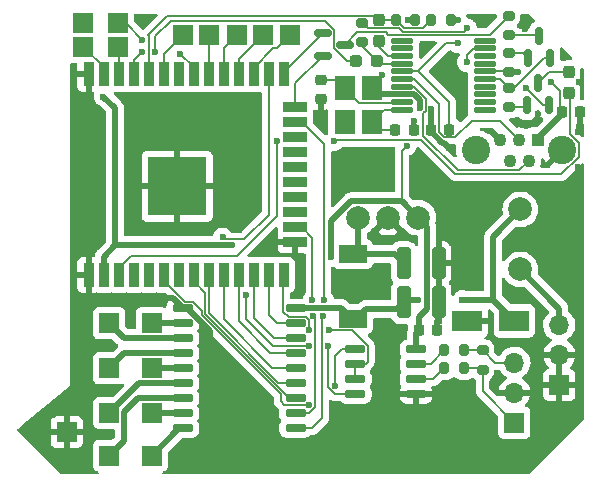
<source format=gbr>
%TF.GenerationSoftware,KiCad,Pcbnew,(5.99.0-12255-gad1ee958b0)*%
%TF.CreationDate,2022-02-21T16:34:28+02:00*%
%TF.ProjectId,pmr710-baseplate,706d7237-3130-42d6-9261-7365706c6174,rev?*%
%TF.SameCoordinates,Original*%
%TF.FileFunction,Copper,L1,Top*%
%TF.FilePolarity,Positive*%
%FSLAX46Y46*%
G04 Gerber Fmt 4.6, Leading zero omitted, Abs format (unit mm)*
G04 Created by KiCad (PCBNEW (5.99.0-12255-gad1ee958b0)) date 2022-02-21 16:34:28*
%MOMM*%
%LPD*%
G01*
G04 APERTURE LIST*
G04 Aperture macros list*
%AMRoundRect*
0 Rectangle with rounded corners*
0 $1 Rounding radius*
0 $2 $3 $4 $5 $6 $7 $8 $9 X,Y pos of 4 corners*
0 Add a 4 corners polygon primitive as box body*
4,1,4,$2,$3,$4,$5,$6,$7,$8,$9,$2,$3,0*
0 Add four circle primitives for the rounded corners*
1,1,$1+$1,$2,$3*
1,1,$1+$1,$4,$5*
1,1,$1+$1,$6,$7*
1,1,$1+$1,$8,$9*
0 Add four rect primitives between the rounded corners*
20,1,$1+$1,$2,$3,$4,$5,0*
20,1,$1+$1,$4,$5,$6,$7,0*
20,1,$1+$1,$6,$7,$8,$9,0*
20,1,$1+$1,$8,$9,$2,$3,0*%
G04 Aperture macros list end*
%TA.AperFunction,ComponentPad*%
%ADD10R,1.100000X1.100000*%
%TD*%
%TA.AperFunction,ComponentPad*%
%ADD11C,1.100000*%
%TD*%
%TA.AperFunction,ComponentPad*%
%ADD12C,2.400000*%
%TD*%
%TA.AperFunction,ComponentPad*%
%ADD13C,2.000000*%
%TD*%
%TA.AperFunction,SMDPad,CuDef*%
%ADD14RoundRect,0.200000X-0.200000X-0.275000X0.200000X-0.275000X0.200000X0.275000X-0.200000X0.275000X0*%
%TD*%
%TA.AperFunction,SMDPad,CuDef*%
%ADD15R,2.500000X1.800000*%
%TD*%
%TA.AperFunction,SMDPad,CuDef*%
%ADD16RoundRect,0.200000X-0.275000X0.200000X-0.275000X-0.200000X0.275000X-0.200000X0.275000X0.200000X0*%
%TD*%
%TA.AperFunction,ComponentPad*%
%ADD17R,1.700000X1.700000*%
%TD*%
%TA.AperFunction,ComponentPad*%
%ADD18O,1.700000X1.700000*%
%TD*%
%TA.AperFunction,SMDPad,CuDef*%
%ADD19RoundRect,0.200000X0.275000X-0.200000X0.275000X0.200000X-0.275000X0.200000X-0.275000X-0.200000X0*%
%TD*%
%TA.AperFunction,SMDPad,CuDef*%
%ADD20RoundRect,0.150000X0.150000X-0.587500X0.150000X0.587500X-0.150000X0.587500X-0.150000X-0.587500X0*%
%TD*%
%TA.AperFunction,SMDPad,CuDef*%
%ADD21RoundRect,0.250000X-0.325000X-1.100000X0.325000X-1.100000X0.325000X1.100000X-0.325000X1.100000X0*%
%TD*%
%TA.AperFunction,SMDPad,CuDef*%
%ADD22RoundRect,0.150000X-0.587500X-0.150000X0.587500X-0.150000X0.587500X0.150000X-0.587500X0.150000X0*%
%TD*%
%TA.AperFunction,SMDPad,CuDef*%
%ADD23RoundRect,0.237500X-0.237500X0.287500X-0.237500X-0.287500X0.237500X-0.287500X0.237500X0.287500X0*%
%TD*%
%TA.AperFunction,SMDPad,CuDef*%
%ADD24R,1.800000X2.100000*%
%TD*%
%TA.AperFunction,SMDPad,CuDef*%
%ADD25RoundRect,0.225000X0.225000X0.250000X-0.225000X0.250000X-0.225000X-0.250000X0.225000X-0.250000X0*%
%TD*%
%TA.AperFunction,SMDPad,CuDef*%
%ADD26RoundRect,0.125000X-0.825000X-0.125000X0.825000X-0.125000X0.825000X0.125000X-0.825000X0.125000X0*%
%TD*%
%TA.AperFunction,SMDPad,CuDef*%
%ADD27RoundRect,0.237500X-0.287500X-0.237500X0.287500X-0.237500X0.287500X0.237500X-0.287500X0.237500X0*%
%TD*%
%TA.AperFunction,SMDPad,CuDef*%
%ADD28RoundRect,0.225000X-0.225000X-0.250000X0.225000X-0.250000X0.225000X0.250000X-0.225000X0.250000X0*%
%TD*%
%TA.AperFunction,SMDPad,CuDef*%
%ADD29R,0.900000X2.000000*%
%TD*%
%TA.AperFunction,SMDPad,CuDef*%
%ADD30R,2.000000X0.900000*%
%TD*%
%TA.AperFunction,SMDPad,CuDef*%
%ADD31R,5.000000X5.000000*%
%TD*%
%TA.AperFunction,SMDPad,CuDef*%
%ADD32RoundRect,0.200000X0.200000X0.275000X-0.200000X0.275000X-0.200000X-0.275000X0.200000X-0.275000X0*%
%TD*%
%TA.AperFunction,SMDPad,CuDef*%
%ADD33RoundRect,0.225000X0.250000X-0.225000X0.250000X0.225000X-0.250000X0.225000X-0.250000X-0.225000X0*%
%TD*%
%TA.AperFunction,SMDPad,CuDef*%
%ADD34RoundRect,0.237500X0.237500X-0.287500X0.237500X0.287500X-0.237500X0.287500X-0.237500X-0.287500X0*%
%TD*%
%TA.AperFunction,SMDPad,CuDef*%
%ADD35RoundRect,0.150000X-0.725000X-0.150000X0.725000X-0.150000X0.725000X0.150000X-0.725000X0.150000X0*%
%TD*%
%TA.AperFunction,SMDPad,CuDef*%
%ADD36R,2.400000X1.500000*%
%TD*%
%TA.AperFunction,SMDPad,CuDef*%
%ADD37RoundRect,0.150000X0.725000X0.150000X-0.725000X0.150000X-0.725000X-0.150000X0.725000X-0.150000X0*%
%TD*%
%TA.AperFunction,ViaPad*%
%ADD38C,0.600000*%
%TD*%
%TA.AperFunction,Conductor*%
%ADD39C,0.500000*%
%TD*%
%TA.AperFunction,Conductor*%
%ADD40C,0.127000*%
%TD*%
%TA.AperFunction,Conductor*%
%ADD41C,0.200000*%
%TD*%
G04 APERTURE END LIST*
D10*
%TO.P,J1,1,VBUS*%
%TO.N,+5V*%
X145600000Y-51175000D03*
D11*
%TO.P,J1,2,D-*%
%TO.N,Net-(J1-Pad2)*%
X144800000Y-52925000D03*
%TO.P,J1,3,D+*%
%TO.N,Net-(J1-Pad3)*%
X144000000Y-51175000D03*
%TO.P,J1,4,ID*%
%TO.N,unconnected-(J1-Pad4)*%
X143200000Y-52925000D03*
%TO.P,J1,5,GND*%
%TO.N,GND*%
X142400000Y-51175000D03*
D12*
%TO.P,J1,6,Shield*%
X140350000Y-52050000D03*
X147650000Y-52050000D03*
%TD*%
D13*
%TO.P,F1,1*%
%TO.N,Net-(F1-Pad1)*%
X144090000Y-62140000D03*
%TO.P,F1,2*%
%TO.N,+24V*%
X144100000Y-57060000D03*
%TD*%
D14*
%TO.P,R24,1*%
%TO.N,RXD_0*%
X133575000Y-41000000D03*
%TO.P,R24,2*%
%TO.N,+3V3*%
X135225000Y-41000000D03*
%TD*%
D15*
%TO.P,D1,1,K*%
%TO.N,+24V*%
X143600000Y-66500000D03*
%TO.P,D1,2,A*%
%TO.N,GND*%
X139600000Y-66500000D03*
%TD*%
D16*
%TO.P,R21,1*%
%TO.N,+5V*%
X130700000Y-41275000D03*
%TO.P,R21,2*%
%TO.N,Net-(D3-Pad2)*%
X130700000Y-42925000D03*
%TD*%
D17*
%TO.P,J3,1,Pin_1*%
%TO.N,BUT_1*%
X107100000Y-43300000D03*
%TD*%
%TO.P,P2,1,P1*%
%TO.N,Net-(P2-Pad1)*%
X143600000Y-75125000D03*
D18*
%TO.P,P2,2,P2*%
%TO.N,GND*%
X143600000Y-72585000D03*
%TO.P,P2,3,P3*%
%TO.N,Net-(P2-Pad3)*%
X143600000Y-70045000D03*
%TD*%
D19*
%TO.P,R3,1*%
%TO.N,Net-(P2-Pad1)*%
X140900000Y-70625000D03*
%TO.P,R3,2*%
%TO.N,Net-(P2-Pad3)*%
X140900000Y-68975000D03*
%TD*%
D20*
%TO.P,Q9,1,B*%
%TO.N,Net-(Q9-Pad1)*%
X144650000Y-48237500D03*
%TO.P,Q9,2,E*%
%TO.N,Net-(Q9-Pad2)*%
X146550000Y-48237500D03*
%TO.P,Q9,3,C*%
%TO.N,Net-(D4-Pad1)*%
X145600000Y-46362500D03*
%TD*%
%TO.P,Q10,1,B*%
%TO.N,Net-(Q10-Pad1)*%
X144750000Y-44237500D03*
%TO.P,Q10,2,E*%
%TO.N,Net-(Q10-Pad2)*%
X146650000Y-44237500D03*
%TO.P,Q10,3,C*%
%TO.N,Net-(Q10-Pad3)*%
X145700000Y-42362500D03*
%TD*%
D21*
%TO.P,C2,1*%
%TO.N,Net-(C2-Pad1)*%
X134225000Y-61600000D03*
%TO.P,C2,2*%
%TO.N,GND*%
X137175000Y-61600000D03*
%TD*%
D22*
%TO.P,D5,1*%
%TO.N,GPIO_0*%
X127362500Y-42150000D03*
%TO.P,D5,2*%
%TO.N,GPIO_2*%
X127362500Y-44050000D03*
%TO.P,D5,3*%
%TO.N,Net-(D5-Pad3)*%
X129237500Y-43100000D03*
%TD*%
D23*
%TO.P,D4,1,K*%
%TO.N,Net-(D4-Pad1)*%
X148200000Y-45425000D03*
%TO.P,D4,2,A*%
%TO.N,ESP_EN*%
X148200000Y-47175000D03*
%TD*%
D24*
%TO.P,Y1,1,1*%
%TO.N,Net-(C5-Pad2)*%
X129250000Y-46750000D03*
%TO.P,Y1,2,2*%
%TO.N,unconnected-(Y1-Pad2)*%
X129250000Y-49650000D03*
%TO.P,Y1,3,3*%
%TO.N,Net-(C6-Pad2)*%
X131550000Y-49650000D03*
%TO.P,Y1,4,4*%
%TO.N,GND*%
X131550000Y-46750000D03*
%TD*%
D25*
%TO.P,C6,1*%
%TO.N,GND*%
X135075000Y-50300000D03*
%TO.P,C6,2*%
%TO.N,Net-(C6-Pad2)*%
X133525000Y-50300000D03*
%TD*%
D17*
%TO.P,J15,1,Pin_1*%
%TO.N,Net-(U5-Pad13)*%
X109300000Y-70500000D03*
%TD*%
%TO.P,J9,1,Pin_1*%
%TO.N,BUT_7*%
X124600000Y-42300000D03*
%TD*%
%TO.P,J6,1,Pin_1*%
%TO.N,BUT_4*%
X117700000Y-42300000D03*
%TD*%
D26*
%TO.P,U4,1,CKOH*%
%TO.N,unconnected-(U4-Pad1)*%
X134100000Y-42775000D03*
%TO.P,U4,2,CKOL*%
%TO.N,unconnected-(U4-Pad2)*%
X134100000Y-43425000D03*
%TO.P,U4,3,TXD*%
%TO.N,Net-(D2-Pad1)*%
X134100000Y-44075000D03*
%TO.P,U4,4,RXD*%
%TO.N,Net-(D3-Pad2)*%
X134100000Y-44725000D03*
%TO.P,U4,5,V3*%
%TO.N,Net-(C7-Pad2)*%
X134100000Y-45375000D03*
%TO.P,U4,6,UD+*%
%TO.N,Net-(J1-Pad3)*%
X134100000Y-46025000D03*
%TO.P,U4,7,UD-*%
%TO.N,Net-(J1-Pad2)*%
X134100000Y-46675000D03*
%TO.P,U4,8,GND*%
%TO.N,GND*%
X134100000Y-47325000D03*
%TO.P,U4,9,XI*%
%TO.N,Net-(C5-Pad2)*%
X134100000Y-47975000D03*
%TO.P,U4,10,XO*%
%TO.N,Net-(C6-Pad2)*%
X134100000Y-48625000D03*
%TO.P,U4,11,~{CTS}*%
%TO.N,unconnected-(U4-Pad11)*%
X141100000Y-48625000D03*
%TO.P,U4,12,~{DSR}*%
%TO.N,unconnected-(U4-Pad12)*%
X141100000Y-47975000D03*
%TO.P,U4,13,~{RI}*%
%TO.N,unconnected-(U4-Pad13)*%
X141100000Y-47325000D03*
%TO.P,U4,14,~{DCD}*%
%TO.N,unconnected-(U4-Pad14)*%
X141100000Y-46675000D03*
%TO.P,U4,15,~{DTR}*%
%TO.N,Net-(Q10-Pad2)*%
X141100000Y-46025000D03*
%TO.P,U4,16,~{RTS}*%
%TO.N,Net-(Q9-Pad2)*%
X141100000Y-45375000D03*
%TO.P,U4,17,NC*%
%TO.N,unconnected-(U4-Pad17)*%
X141100000Y-44725000D03*
%TO.P,U4,18,R232*%
%TO.N,unconnected-(U4-Pad18)*%
X141100000Y-44075000D03*
%TO.P,U4,19,VCC*%
%TO.N,+5V*%
X141100000Y-43425000D03*
%TO.P,U4,20,~{NOS}*%
%TO.N,unconnected-(U4-Pad20)*%
X141100000Y-42775000D03*
%TD*%
D14*
%TO.P,R1,1*%
%TO.N,Net-(R1-Pad1)*%
X137675000Y-69000000D03*
%TO.P,R1,2*%
%TO.N,Net-(P2-Pad3)*%
X139325000Y-69000000D03*
%TD*%
D17*
%TO.P,J8,1,Pin_1*%
%TO.N,BUT_6*%
X122300000Y-42300000D03*
%TD*%
%TO.P,J13,1,Pin_1*%
%TO.N,Net-(U5-Pad15)*%
X109300000Y-74300000D03*
%TD*%
%TO.P,P1,1,P1*%
%TO.N,GND*%
X147400000Y-71925000D03*
D18*
%TO.P,P1,2,P2*%
X147400000Y-69385000D03*
%TO.P,P1,3,P3*%
%TO.N,Net-(F1-Pad1)*%
X147400000Y-66845000D03*
%TD*%
D17*
%TO.P,J14,1,Pin_1*%
%TO.N,Net-(U5-Pad14)*%
X112900000Y-70500000D03*
%TD*%
%TO.P,J18,1,Pin_1*%
%TO.N,+3V3*%
X107100000Y-41300000D03*
%TD*%
D14*
%TO.P,R2,1*%
%TO.N,Net-(R2-Pad1)*%
X137675000Y-70500000D03*
%TO.P,R2,2*%
%TO.N,Net-(P2-Pad1)*%
X139325000Y-70500000D03*
%TD*%
D25*
%TO.P,C8,1*%
%TO.N,GND*%
X149175000Y-48800000D03*
%TO.P,C8,2*%
%TO.N,+5V*%
X147625000Y-48800000D03*
%TD*%
D19*
%TO.P,R23,1*%
%TO.N,Net-(Q9-Pad2)*%
X143100000Y-45425000D03*
%TO.P,R23,2*%
%TO.N,Net-(Q10-Pad1)*%
X143100000Y-43775000D03*
%TD*%
D17*
%TO.P,J7,1,Pin_1*%
%TO.N,BUT_5*%
X120100000Y-42300000D03*
%TD*%
%TO.P,J17,1,Pin_1*%
%TO.N,Net-(U5-Pad11)*%
X112900000Y-66700000D03*
%TD*%
D27*
%TO.P,D3,1,K*%
%TO.N,TXD_0*%
X130225000Y-44500000D03*
%TO.P,D3,2,A*%
%TO.N,Net-(D3-Pad2)*%
X131975000Y-44500000D03*
%TD*%
D17*
%TO.P,J10,1,Pin_1*%
%TO.N,Net-(U5-Pad18)*%
X112900000Y-77900000D03*
%TD*%
%TO.P,J11,1,Pin_1*%
%TO.N,Net-(U5-Pad17)*%
X112900000Y-74300000D03*
%TD*%
%TO.P,J12,1,Pin_1*%
%TO.N,Net-(U5-Pad16)*%
X109300000Y-77900000D03*
%TD*%
D28*
%TO.P,C3,1*%
%TO.N,+3V3*%
X135525000Y-67300000D03*
%TO.P,C3,2*%
%TO.N,GND*%
X137075000Y-67300000D03*
%TD*%
D29*
%TO.P,U1,1,GND*%
%TO.N,GND*%
X107545000Y-62600000D03*
%TO.P,U1,2,VDD*%
%TO.N,+3V3*%
X108815000Y-62600000D03*
%TO.P,U1,3,EN*%
%TO.N,ESP_EN*%
X110085000Y-62600000D03*
%TO.P,U1,4,SENSOR_VP*%
%TO.N,unconnected-(U1-Pad4)*%
X111355000Y-62600000D03*
%TO.P,U1,5,SENSOR_VN*%
%TO.N,unconnected-(U1-Pad5)*%
X112625000Y-62600000D03*
%TO.P,U1,6,IO34*%
%TO.N,RO*%
X113895000Y-62600000D03*
%TO.P,U1,7,IO35*%
%TO.N,unconnected-(U1-Pad7)*%
X115165000Y-62600000D03*
%TO.P,U1,8,IO32*%
%TO.N,LED_2*%
X116435000Y-62600000D03*
%TO.P,U1,9,IO33*%
%TO.N,LED_3*%
X117705000Y-62600000D03*
%TO.P,U1,10,IO25*%
%TO.N,LED_4*%
X118975000Y-62600000D03*
%TO.P,U1,11,IO26*%
%TO.N,LED_5*%
X120245000Y-62600000D03*
%TO.P,U1,12,IO27*%
%TO.N,LED_6*%
X121515000Y-62600000D03*
%TO.P,U1,13,IO14*%
%TO.N,LED_7*%
X122785000Y-62600000D03*
%TO.P,U1,14,IO12*%
%TO.N,~{RX}TX*%
X124055000Y-62600000D03*
D30*
%TO.P,U1,15,GND*%
%TO.N,GND*%
X125055000Y-59815000D03*
%TO.P,U1,16,IO13*%
%TO.N,LED_1*%
X125055000Y-58545000D03*
%TO.P,U1,17,SHD/SD2*%
%TO.N,unconnected-(U1-Pad17)*%
X125055000Y-57275000D03*
%TO.P,U1,18,SWP/SD3*%
%TO.N,unconnected-(U1-Pad18)*%
X125055000Y-56005000D03*
%TO.P,U1,19,SCS/CMD*%
%TO.N,unconnected-(U1-Pad19)*%
X125055000Y-54735000D03*
%TO.P,U1,20,SCK/CLK*%
%TO.N,unconnected-(U1-Pad20)*%
X125055000Y-53465000D03*
%TO.P,U1,21,SDO/SD0*%
%TO.N,unconnected-(U1-Pad21)*%
X125055000Y-52195000D03*
%TO.P,U1,22,SDI/SD1*%
%TO.N,unconnected-(U1-Pad22)*%
X125055000Y-50925000D03*
%TO.P,U1,23,IO15*%
%TO.N,LED_0*%
X125055000Y-49655000D03*
%TO.P,U1,24,IO2*%
%TO.N,GPIO_2*%
X125055000Y-48385000D03*
D29*
%TO.P,U1,25,IO0*%
%TO.N,GPIO_0*%
X124055000Y-45600000D03*
%TO.P,U1,26,IO4*%
%TO.N,DI*%
X122785000Y-45600000D03*
%TO.P,U1,27,IO16*%
%TO.N,BUT_7*%
X121515000Y-45600000D03*
%TO.P,U1,28,IO17*%
%TO.N,BUT_6*%
X120245000Y-45600000D03*
%TO.P,U1,29,IO5*%
%TO.N,BUT_5*%
X118975000Y-45600000D03*
%TO.P,U1,30,IO18*%
%TO.N,BUT_4*%
X117705000Y-45600000D03*
%TO.P,U1,31,IO19*%
%TO.N,BUT_3*%
X116435000Y-45600000D03*
%TO.P,U1,32,NC*%
%TO.N,unconnected-(U1-Pad32)*%
X115165000Y-45600000D03*
%TO.P,U1,33,IO21*%
%TO.N,BUT_2*%
X113895000Y-45600000D03*
%TO.P,U1,34,RXD0/IO3*%
%TO.N,RXD_0*%
X112625000Y-45600000D03*
%TO.P,U1,35,TXD0/IO1*%
%TO.N,TXD_0*%
X111355000Y-45600000D03*
%TO.P,U1,36,IO22*%
%TO.N,BUT_0*%
X110085000Y-45600000D03*
%TO.P,U1,37,IO23*%
%TO.N,BUT_1*%
X108815000Y-45600000D03*
%TO.P,U1,38,GND*%
%TO.N,GND*%
X107545000Y-45600000D03*
D31*
%TO.P,U1,39,GND*%
X115045000Y-55100000D03*
%TD*%
D32*
%TO.P,R20,1*%
%TO.N,Net-(C7-Pad2)*%
X138225000Y-41000000D03*
%TO.P,R20,2*%
%TO.N,RXD_0*%
X136575000Y-41000000D03*
%TD*%
D33*
%TO.P,C5,1*%
%TO.N,GND*%
X127200000Y-47675000D03*
%TO.P,C5,2*%
%TO.N,Net-(C5-Pad2)*%
X127200000Y-46125000D03*
%TD*%
D16*
%TO.P,R22,1*%
%TO.N,Net-(Q10-Pad2)*%
X143100000Y-46775000D03*
%TO.P,R22,2*%
%TO.N,Net-(Q9-Pad1)*%
X143100000Y-48425000D03*
%TD*%
D17*
%TO.P,J4,1,Pin_1*%
%TO.N,BUT_2*%
X115500000Y-42300000D03*
%TD*%
%TO.P,J2,1,Pin_1*%
%TO.N,BUT_0*%
X110000000Y-43300000D03*
%TD*%
D28*
%TO.P,C7,1*%
%TO.N,GND*%
X136525000Y-50300000D03*
%TO.P,C7,2*%
%TO.N,Net-(C7-Pad2)*%
X138075000Y-50300000D03*
%TD*%
D34*
%TO.P,D2,1,K*%
%TO.N,Net-(D2-Pad1)*%
X132100000Y-42775000D03*
%TO.P,D2,2,A*%
%TO.N,RXD_0*%
X132100000Y-41025000D03*
%TD*%
D35*
%TO.P,U3,1,RO*%
%TO.N,RO*%
X130125000Y-68895000D03*
%TO.P,U3,2,~{RE}*%
%TO.N,~{RX}TX*%
X130125000Y-70165000D03*
%TO.P,U3,3,DE*%
X130125000Y-71435000D03*
%TO.P,U3,4,DI*%
%TO.N,DI*%
X130125000Y-72705000D03*
%TO.P,U3,5,GND*%
%TO.N,GND*%
X135275000Y-72705000D03*
%TO.P,U3,6,A*%
%TO.N,Net-(R2-Pad1)*%
X135275000Y-71435000D03*
%TO.P,U3,7,B*%
%TO.N,Net-(R1-Pad1)*%
X135275000Y-70165000D03*
%TO.P,U3,8,VCC*%
%TO.N,+3V3*%
X135275000Y-68895000D03*
%TD*%
D21*
%TO.P,C1,1*%
%TO.N,+24V*%
X134225000Y-64900000D03*
%TO.P,C1,2*%
%TO.N,GND*%
X137175000Y-64900000D03*
%TD*%
D17*
%TO.P,J5,1,Pin_1*%
%TO.N,BUT_3*%
X110000000Y-41300000D03*
%TD*%
D13*
%TO.P,U2,1,VIN*%
%TO.N,Net-(C2-Pad1)*%
X130360000Y-57750000D03*
%TO.P,U2,2,GND*%
%TO.N,GND*%
X132900000Y-57750000D03*
%TO.P,U2,3,VOUT*%
%TO.N,+3V3*%
X135440000Y-57750000D03*
%TD*%
D36*
%TO.P,L1,1*%
%TO.N,+24V*%
X129900000Y-66350000D03*
%TO.P,L1,2*%
%TO.N,Net-(C2-Pad1)*%
X129900000Y-60850000D03*
%TD*%
D19*
%TO.P,R25,1*%
%TO.N,Net-(Q10-Pad3)*%
X143100000Y-42325000D03*
%TO.P,R25,2*%
%TO.N,Net-(D5-Pad3)*%
X143100000Y-40675000D03*
%TD*%
D37*
%TO.P,U5,1,I1*%
%TO.N,LED_0*%
X125075000Y-75580000D03*
%TO.P,U5,2,I2*%
%TO.N,LED_1*%
X125075000Y-74310000D03*
%TO.P,U5,3,I3*%
%TO.N,LED_2*%
X125075000Y-73040000D03*
%TO.P,U5,4,I4*%
%TO.N,LED_3*%
X125075000Y-71770000D03*
%TO.P,U5,5,I5*%
%TO.N,LED_4*%
X125075000Y-70500000D03*
%TO.P,U5,6,I6*%
%TO.N,LED_5*%
X125075000Y-69230000D03*
%TO.P,U5,7,I7*%
%TO.N,LED_6*%
X125075000Y-67960000D03*
%TO.P,U5,8,I8*%
%TO.N,LED_7*%
X125075000Y-66690000D03*
%TO.P,U5,9,VCC*%
%TO.N,+24V*%
X125075000Y-65420000D03*
%TO.P,U5,10,GND*%
%TO.N,GND*%
X115525000Y-65420000D03*
%TO.P,U5,11,O8*%
%TO.N,Net-(U5-Pad11)*%
X115525000Y-66690000D03*
%TO.P,U5,12,O7*%
%TO.N,Net-(U5-Pad12)*%
X115525000Y-67960000D03*
%TO.P,U5,13,O6*%
%TO.N,Net-(U5-Pad13)*%
X115525000Y-69230000D03*
%TO.P,U5,14,O5*%
%TO.N,Net-(U5-Pad14)*%
X115525000Y-70500000D03*
%TO.P,U5,15,O4*%
%TO.N,Net-(U5-Pad15)*%
X115525000Y-71770000D03*
%TO.P,U5,16,O3*%
%TO.N,Net-(U5-Pad16)*%
X115525000Y-73040000D03*
%TO.P,U5,17,O2*%
%TO.N,Net-(U5-Pad17)*%
X115525000Y-74310000D03*
%TO.P,U5,18,O1*%
%TO.N,Net-(U5-Pad18)*%
X115525000Y-75580000D03*
%TD*%
D17*
%TO.P,J16,1,Pin_1*%
%TO.N,Net-(U5-Pad12)*%
X109300000Y-66700000D03*
%TD*%
%TO.P,J19,1,Pin_1*%
%TO.N,GND*%
X105700000Y-75900000D03*
%TD*%
D38*
%TO.N,GND*%
X106500000Y-67500000D03*
X138100000Y-51900000D03*
X106500000Y-72500000D03*
X106500000Y-64500000D03*
X107000000Y-78500000D03*
X123000000Y-79000000D03*
X106500000Y-65500000D03*
X145000000Y-78500000D03*
X131000000Y-79000000D03*
X127000000Y-79000000D03*
X111300000Y-54200000D03*
X131700000Y-62700000D03*
X149000000Y-74500000D03*
X125000000Y-79000000D03*
X132400000Y-45700000D03*
X104500000Y-77500000D03*
X149000000Y-64000000D03*
X149000000Y-55000000D03*
X125200000Y-64200000D03*
X137000000Y-79000000D03*
X117000000Y-79000000D03*
X149000000Y-72000000D03*
X139100000Y-48800000D03*
X137900000Y-45600000D03*
X123000000Y-59800000D03*
X132700000Y-69100000D03*
X105500000Y-73500000D03*
X149000000Y-53500000D03*
X147800000Y-44200000D03*
X127200000Y-49800000D03*
X103500000Y-76500000D03*
X115000000Y-79000000D03*
X140100000Y-56400000D03*
X136580001Y-48535857D03*
X125600000Y-62400000D03*
X149000000Y-56500000D03*
X149100000Y-46300000D03*
X106500000Y-68500000D03*
X149000000Y-58000000D03*
X149000000Y-69500000D03*
X139600000Y-72600000D03*
X135594989Y-48500000D03*
X106500000Y-69500000D03*
X145600000Y-49000000D03*
X148000000Y-75500000D03*
X104500000Y-74500000D03*
X127900000Y-77700000D03*
X121000000Y-79000000D03*
X117800000Y-69000000D03*
X132800000Y-72500000D03*
X105500000Y-78500000D03*
X130400000Y-53600000D03*
X106500000Y-71500000D03*
X106500000Y-70500000D03*
X147000000Y-76500000D03*
X146000000Y-77500000D03*
X149000000Y-65500000D03*
X133000000Y-79000000D03*
X149000000Y-59500000D03*
X112300000Y-41100000D03*
X111400000Y-57300000D03*
X107600000Y-47700000D03*
X135100000Y-49600000D03*
X103500000Y-75500000D03*
X149000000Y-62500000D03*
X111500000Y-50500000D03*
X136100000Y-43100000D03*
X135000000Y-79000000D03*
X106500000Y-66500000D03*
X149000000Y-50500000D03*
X107600000Y-60400000D03*
X149000000Y-61000000D03*
X144500000Y-59500000D03*
X107700000Y-54100000D03*
X135900000Y-54200000D03*
X143000000Y-79000000D03*
X141000000Y-79000000D03*
X139000000Y-79000000D03*
X127200000Y-48800000D03*
X129000000Y-79000000D03*
X141300000Y-41100000D03*
X144500000Y-41800000D03*
X119000000Y-79000000D03*
%TO.N,Net-(C7-Pad2)*%
X138800000Y-41000000D03*
X138800000Y-43000000D03*
%TO.N,+5V*%
X146700000Y-46300000D03*
X139550500Y-44604085D03*
X139600000Y-41700000D03*
%TO.N,TXD_0*%
X113200000Y-43700000D03*
X112100000Y-43700000D03*
%TO.N,ESP_EN*%
X123500000Y-51300000D03*
X128300000Y-51300000D03*
%TO.N,Net-(Q9-Pad2)*%
X143900000Y-45400000D03*
X144600000Y-46800000D03*
%TO.N,+3V3*%
X134500000Y-51700000D03*
X128100000Y-61100000D03*
X119700000Y-60100000D03*
X134600000Y-41000000D03*
X108800000Y-47500000D03*
%TO.N,+24V*%
X135400000Y-64700000D03*
X139200000Y-64700000D03*
%TO.N,RO*%
X126204604Y-73604761D03*
X128400000Y-72000000D03*
%TO.N,~{RX}TX*%
X126200000Y-67300000D03*
X127900000Y-67300000D03*
%TO.N,DI*%
X127800000Y-68600000D03*
X118900000Y-59400000D03*
X126200000Y-68600000D03*
X120900000Y-64300000D03*
%TO.N,BUT_3*%
X115300000Y-43900000D03*
X112100000Y-42700000D03*
%TO.N,LED_1*%
X126507674Y-66069691D03*
X126500000Y-64700000D03*
%TO.N,LED_0*%
X127400000Y-66100000D03*
X127500000Y-64700000D03*
%TD*%
D39*
%TO.N,GND*%
X137489601Y-51405031D02*
X136525000Y-50440430D01*
X136525000Y-50440430D02*
X136525000Y-50300000D01*
X115525000Y-65420000D02*
X114705000Y-64600000D01*
X106600000Y-64600000D02*
X106500000Y-64500000D01*
X114705000Y-64600000D02*
X106600000Y-64600000D01*
X115878768Y-65420000D02*
X117800000Y-67341232D01*
X115525000Y-65420000D02*
X115878768Y-65420000D01*
X117800000Y-67341232D02*
X117800000Y-69000000D01*
X136525000Y-48590858D02*
X136580001Y-48535857D01*
X136525000Y-50300000D02*
X136525000Y-48590858D01*
X135594989Y-47807269D02*
X135594989Y-48500000D01*
X134100000Y-47325000D02*
X135112720Y-47325000D01*
X138100000Y-51900000D02*
X137605031Y-51405031D01*
X135112720Y-47325000D02*
X135594989Y-47807269D01*
X137605031Y-51405031D02*
X137489601Y-51405031D01*
X134100000Y-47325000D02*
X132125000Y-47325000D01*
X132125000Y-47325000D02*
X131550000Y-46750000D01*
D40*
%TO.N,Net-(C5-Pad2)*%
X134011989Y-48063011D02*
X130413011Y-48063011D01*
X134100000Y-47975000D02*
X134011989Y-48063011D01*
X128625000Y-46125000D02*
X129250000Y-46750000D01*
X127200000Y-46125000D02*
X128625000Y-46125000D01*
X129250000Y-46900000D02*
X129250000Y-46750000D01*
X130413011Y-48063011D02*
X129250000Y-46900000D01*
%TO.N,Net-(C6-Pad2)*%
X133525000Y-50300000D02*
X132200000Y-50300000D01*
X132575000Y-48625000D02*
X131550000Y-49650000D01*
X132200000Y-50300000D02*
X131550000Y-49650000D01*
X134100000Y-48625000D02*
X132575000Y-48625000D01*
%TO.N,Net-(C7-Pad2)*%
X138225000Y-41000000D02*
X138800000Y-41000000D01*
X138075000Y-50300000D02*
X138075000Y-47975000D01*
X137850000Y-43000000D02*
X135475000Y-45375000D01*
X135475000Y-45375000D02*
X134100000Y-45375000D01*
X138075000Y-47975000D02*
X135475000Y-45375000D01*
X138800000Y-43000000D02*
X137850000Y-43000000D01*
%TO.N,+5V*%
X140150001Y-43425000D02*
X141100000Y-43425000D01*
D39*
X145600000Y-51175000D02*
X145600000Y-51025000D01*
D40*
X147825000Y-48800000D02*
X147461980Y-48436980D01*
X131165020Y-41740020D02*
X133867094Y-41740020D01*
X133867094Y-41740020D02*
X134127074Y-42000000D01*
X134127074Y-42000000D02*
X136500000Y-42000000D01*
X147461980Y-48436980D02*
X147461980Y-47061980D01*
X147461980Y-47061980D02*
X146700000Y-46300000D01*
X136500000Y-42000000D02*
X139300000Y-42000000D01*
X139300000Y-42000000D02*
X139600000Y-41700000D01*
X130700000Y-41275000D02*
X131165020Y-41740020D01*
X139550500Y-44024501D02*
X140150001Y-43425000D01*
X139550500Y-44604085D02*
X139550500Y-44024501D01*
D39*
X145600000Y-51025000D02*
X147825000Y-48800000D01*
D40*
%TO.N,Net-(D2-Pad1)*%
X132875000Y-44075000D02*
X134100000Y-44075000D01*
X132100000Y-43300000D02*
X132875000Y-44075000D01*
X132100000Y-42775000D02*
X132100000Y-43300000D01*
%TO.N,RXD_0*%
X133575000Y-41000000D02*
X132125000Y-41000000D01*
X112625000Y-42325000D02*
X112625000Y-45600000D01*
X135836980Y-41738020D02*
X134223612Y-41738020D01*
X112600000Y-42300000D02*
X112625000Y-42325000D01*
X136575000Y-41000000D02*
X135836980Y-41738020D01*
X132125000Y-41000000D02*
X132100000Y-41025000D01*
X114215020Y-40684980D02*
X112600000Y-42300000D01*
X131759980Y-40684980D02*
X114215020Y-40684980D01*
X133510592Y-41025000D02*
X132100000Y-41025000D01*
X132100000Y-41025000D02*
X131759980Y-40684980D01*
X134223612Y-41738020D02*
X133510592Y-41025000D01*
%TO.N,TXD_0*%
X114500000Y-41100000D02*
X113200000Y-42400000D01*
X111355000Y-45600000D02*
X111355000Y-44445000D01*
X113200000Y-42400000D02*
X113200000Y-43700000D01*
X128290020Y-43375038D02*
X128290020Y-41855002D01*
X127535018Y-41100000D02*
X114500000Y-41100000D01*
X128290020Y-41855002D02*
X127535018Y-41100000D01*
X111355000Y-44445000D02*
X112100000Y-43700000D01*
X130225000Y-44500000D02*
X129414982Y-44500000D01*
X129414982Y-44500000D02*
X128290020Y-43375038D01*
%TO.N,Net-(D3-Pad2)*%
X134100000Y-44725000D02*
X132200000Y-44725000D01*
X130700000Y-43225000D02*
X131975000Y-44500000D01*
X130700000Y-42925000D02*
X130700000Y-43225000D01*
X132200000Y-44725000D02*
X131975000Y-44500000D01*
%TO.N,Net-(D4-Pad1)*%
X145600000Y-46362500D02*
X146537500Y-45425000D01*
X146537500Y-45425000D02*
X148200000Y-45425000D01*
%TO.N,ESP_EN*%
X149040011Y-51474238D02*
X149040011Y-52625762D01*
X148265020Y-47240020D02*
X148265020Y-50699247D01*
X111100000Y-61000000D02*
X110085000Y-62015000D01*
X147565773Y-54100000D02*
X141600000Y-54100000D01*
X135700000Y-51200000D02*
X128400000Y-51200000D01*
X110085000Y-62015000D02*
X110085000Y-62600000D01*
X120100000Y-61000000D02*
X111100000Y-61000000D01*
X148200000Y-47175000D02*
X148265020Y-47240020D01*
X138600000Y-54100000D02*
X135700000Y-51200000D01*
X123500000Y-51300000D02*
X123500000Y-57600000D01*
X148265020Y-50699247D02*
X149040011Y-51474238D01*
X141600000Y-54100000D02*
X138600000Y-54100000D01*
X149040011Y-52625762D02*
X147565773Y-54100000D01*
X123500000Y-57600000D02*
X120100000Y-61000000D01*
X128400000Y-51200000D02*
X128300000Y-51300000D01*
%TO.N,GPIO_0*%
X124055000Y-45457500D02*
X127362500Y-42150000D01*
X124055000Y-45600000D02*
X124055000Y-45457500D01*
%TO.N,GPIO_2*%
X125055000Y-48385000D02*
X125055000Y-46357500D01*
X125055000Y-46357500D02*
X127362500Y-44050000D01*
%TO.N,Net-(D5-Pad3)*%
X132894993Y-42253511D02*
X141521489Y-42253511D01*
X130283989Y-42053511D02*
X132694993Y-42053511D01*
X132694993Y-42053511D02*
X132894993Y-42253511D01*
X129237500Y-43100000D02*
X130283989Y-42053511D01*
X141521489Y-42253511D02*
X143100000Y-40675000D01*
%TO.N,Net-(J1-Pad2)*%
X136090001Y-47680011D02*
X135084990Y-46675000D01*
X136090001Y-48403588D02*
X136090001Y-47680011D01*
X136084989Y-48707978D02*
X136084989Y-48408599D01*
X135084990Y-46675000D02*
X134100000Y-46675000D01*
X135882258Y-48910709D02*
X136084989Y-48707978D01*
X136084989Y-48408599D02*
X136090001Y-48403588D01*
X135882258Y-50828658D02*
X135882258Y-48910709D01*
X144800000Y-52925000D02*
X143986989Y-53738011D01*
X138791611Y-53738011D02*
X135882258Y-50828658D01*
X143986989Y-53738011D02*
X138791611Y-53738011D01*
%TO.N,Net-(J1-Pad3)*%
X144000000Y-51175000D02*
X142386980Y-49561980D01*
X142386980Y-49561980D02*
X139984420Y-49561980D01*
X137671860Y-50965020D02*
X137238020Y-50531180D01*
X138581380Y-50965020D02*
X137671860Y-50965020D01*
X135125000Y-46025000D02*
X134100000Y-46025000D01*
X137238020Y-50531180D02*
X137238020Y-48138020D01*
X137238020Y-48138020D02*
X135125000Y-46025000D01*
X139984420Y-49561980D02*
X138581380Y-50965020D01*
%TO.N,Net-(Q9-Pad1)*%
X143100000Y-48425000D02*
X144462500Y-48425000D01*
X144462500Y-48425000D02*
X144650000Y-48237500D01*
%TO.N,Net-(Q9-Pad2)*%
X143050000Y-45375000D02*
X143100000Y-45425000D01*
X144600000Y-46800000D02*
X146037500Y-48237500D01*
X141100000Y-45375000D02*
X143050000Y-45375000D01*
X146037500Y-48237500D02*
X146550000Y-48237500D01*
X143100000Y-45425000D02*
X143875000Y-45425000D01*
X143875000Y-45425000D02*
X143900000Y-45400000D01*
%TO.N,Net-(Q10-Pad1)*%
X143100000Y-43775000D02*
X144287500Y-43775000D01*
X144287500Y-43775000D02*
X144750000Y-44237500D01*
%TO.N,Net-(Q10-Pad2)*%
X143100000Y-46775000D02*
X143575000Y-46775000D01*
X143575000Y-46775000D02*
X146112500Y-44237500D01*
X141100000Y-46025000D02*
X142350000Y-46025000D01*
X142350000Y-46025000D02*
X143100000Y-46775000D01*
X146112500Y-44237500D02*
X146650000Y-44237500D01*
%TO.N,Net-(Q10-Pad3)*%
X145662500Y-42325000D02*
X145700000Y-42362500D01*
X143100000Y-42325000D02*
X145662500Y-42325000D01*
D39*
%TO.N,+3V3*%
X135275000Y-68895000D02*
X135275000Y-67550000D01*
X109800000Y-60100000D02*
X109800000Y-48500000D01*
X135275000Y-67550000D02*
X135525000Y-67300000D01*
X136200000Y-58510000D02*
X135440000Y-57750000D01*
X134063489Y-56373489D02*
X129789829Y-56373489D01*
X109800000Y-60100000D02*
X108815000Y-61085000D01*
D40*
X134063489Y-52136511D02*
X134063489Y-56373489D01*
D39*
X135525000Y-67300000D02*
X135525000Y-66175000D01*
X135525000Y-66175000D02*
X136200000Y-65500000D01*
X128100000Y-58063318D02*
X128100000Y-61100000D01*
D40*
X134500000Y-51700000D02*
X134063489Y-52136511D01*
D39*
X119700000Y-60100000D02*
X109800000Y-60100000D01*
X135440000Y-57750000D02*
X134063489Y-56373489D01*
X136200000Y-65500000D02*
X136200000Y-58510000D01*
D40*
X135225000Y-41000000D02*
X134600000Y-41000000D01*
D39*
X108815000Y-61085000D02*
X108815000Y-62600000D01*
X109800000Y-48500000D02*
X108800000Y-47500000D01*
X129789829Y-56373489D02*
X128100000Y-58063318D01*
%TO.N,+24V*%
X144100000Y-57060000D02*
X141800000Y-59360000D01*
X143600000Y-66500000D02*
X141800000Y-64700000D01*
X135400000Y-64700000D02*
X134425000Y-64700000D01*
X134425000Y-64700000D02*
X134225000Y-64900000D01*
X141800000Y-64700000D02*
X139200000Y-64700000D01*
X133625000Y-65500000D02*
X134225000Y-64900000D01*
X129900000Y-66350000D02*
X130150000Y-66350000D01*
X128943190Y-65393190D02*
X129900000Y-66350000D01*
X130150000Y-66350000D02*
X131000000Y-65500000D01*
X131000000Y-65500000D02*
X133625000Y-65500000D01*
X125075000Y-65420000D02*
X125101810Y-65393190D01*
X141800000Y-59360000D02*
X141800000Y-64700000D01*
X125101810Y-65393190D02*
X128943190Y-65393190D01*
%TO.N,Net-(C2-Pad1)*%
X130360000Y-57750000D02*
X130360000Y-60390000D01*
X129900000Y-60850000D02*
X133475000Y-60850000D01*
X133475000Y-60850000D02*
X134225000Y-61600000D01*
X130360000Y-60390000D02*
X129900000Y-60850000D01*
%TO.N,Net-(F1-Pad1)*%
X147400000Y-66845000D02*
X147400000Y-65450000D01*
X147400000Y-65450000D02*
X144090000Y-62140000D01*
D40*
%TO.N,Net-(P2-Pad1)*%
X143600000Y-75125000D02*
X140900000Y-72425000D01*
X140900000Y-72425000D02*
X140900000Y-70625000D01*
X139325000Y-70500000D02*
X140775000Y-70500000D01*
X140775000Y-70500000D02*
X140900000Y-70625000D01*
%TO.N,Net-(P2-Pad3)*%
X139350000Y-68975000D02*
X139325000Y-69000000D01*
X141970000Y-70045000D02*
X140900000Y-68975000D01*
X140900000Y-68975000D02*
X139350000Y-68975000D01*
X143600000Y-70045000D02*
X141970000Y-70045000D01*
%TO.N,Net-(R1-Pad1)*%
X135275000Y-70165000D02*
X136510000Y-70165000D01*
X136510000Y-70165000D02*
X137675000Y-69000000D01*
%TO.N,Net-(R2-Pad1)*%
X136740000Y-71435000D02*
X137675000Y-70500000D01*
X135275000Y-71435000D02*
X136740000Y-71435000D01*
%TO.N,RO*%
X123800000Y-72677730D02*
X123800000Y-73300000D01*
X113895000Y-62600000D02*
X113895000Y-63150000D01*
X113895000Y-63150000D02*
X115674980Y-64929980D01*
X128400000Y-69500000D02*
X129005000Y-68895000D01*
X116394998Y-64929980D02*
X117140011Y-65674993D01*
X128400000Y-72000000D02*
X128400000Y-69500000D01*
X115674980Y-64929980D02*
X116394998Y-64929980D01*
X117140011Y-65674993D02*
X117140011Y-66017741D01*
X129005000Y-68895000D02*
X130125000Y-68895000D01*
X117140011Y-66017741D02*
X123800000Y-72677730D01*
X124104761Y-73604761D02*
X126204604Y-73604761D01*
X123800000Y-73300000D02*
X124104761Y-73604761D01*
%TO.N,~{RX}TX*%
X124009980Y-62645020D02*
X124009980Y-65714998D01*
X127900000Y-67300000D02*
X129890018Y-67300000D01*
X124055000Y-62600000D02*
X124009980Y-62645020D01*
X129890018Y-67300000D02*
X131190020Y-68600002D01*
X126200000Y-66454982D02*
X126200000Y-67300000D01*
X130999999Y-70165000D02*
X130125000Y-70165000D01*
X124494962Y-66199980D02*
X125944998Y-66199980D01*
X124009980Y-65714998D02*
X124494962Y-66199980D01*
X131190020Y-68600002D02*
X131190020Y-69974979D01*
X125944998Y-66199980D02*
X126200000Y-66454982D01*
X130125000Y-71435000D02*
X130125000Y-70165000D01*
X131190020Y-69974979D02*
X130999999Y-70165000D01*
%TO.N,DI*%
X122785000Y-57515000D02*
X120700000Y-59600000D01*
X122785000Y-45600000D02*
X122785000Y-57515000D01*
X119100000Y-59600000D02*
X118900000Y-59400000D01*
X123200000Y-68600000D02*
X126200000Y-68600000D01*
X120900000Y-66300000D02*
X123100000Y-68500000D01*
X128412033Y-72705000D02*
X130125000Y-72705000D01*
X120700000Y-59600000D02*
X119100000Y-59600000D01*
X120900000Y-64300000D02*
X120900000Y-66300000D01*
X127800000Y-68600000D02*
X127800000Y-72092967D01*
X123100000Y-68500000D02*
X123200000Y-68600000D01*
X127800000Y-72092967D02*
X128412033Y-72705000D01*
D41*
%TO.N,BUT_4*%
X117705000Y-45600000D02*
X117705000Y-42305000D01*
X117705000Y-42305000D02*
X117700000Y-42300000D01*
%TO.N,BUT_3*%
X110700000Y-41300000D02*
X110000000Y-41300000D01*
X116435000Y-45035000D02*
X115300000Y-43900000D01*
X112100000Y-42700000D02*
X110700000Y-41300000D01*
X116435000Y-45600000D02*
X116435000Y-45035000D01*
%TO.N,BUT_2*%
X113895000Y-43905000D02*
X115500000Y-42300000D01*
X113895000Y-45600000D02*
X113895000Y-43905000D01*
%TO.N,BUT_0*%
X110085000Y-43385000D02*
X110000000Y-43300000D01*
X110085000Y-45600000D02*
X110085000Y-43385000D01*
%TO.N,BUT_1*%
X108815000Y-45015000D02*
X107100000Y-43300000D01*
X108815000Y-45600000D02*
X108815000Y-45015000D01*
%TO.N,BUT_7*%
X121515000Y-45050000D02*
X123188489Y-43376511D01*
X123523489Y-43376511D02*
X124600000Y-42300000D01*
X123188489Y-43376511D02*
X123523489Y-43376511D01*
X121515000Y-45600000D02*
X121515000Y-45050000D01*
%TO.N,BUT_6*%
X120245000Y-45600000D02*
X120245000Y-44355000D01*
X120245000Y-44355000D02*
X122300000Y-42300000D01*
%TO.N,BUT_5*%
X118975000Y-45600000D02*
X118975000Y-43425000D01*
X118975000Y-43425000D02*
X120100000Y-42300000D01*
D40*
%TO.N,LED_2*%
X117393521Y-64108521D02*
X117393521Y-65912733D01*
X124520788Y-73040000D02*
X125075000Y-73040000D01*
X116435000Y-62600000D02*
X116435000Y-63150000D01*
X116435000Y-63150000D02*
X117393521Y-64108521D01*
X117393521Y-65912733D02*
X124520788Y-73040000D01*
%TO.N,LED_3*%
X123609306Y-71770000D02*
X125075000Y-71770000D01*
X117705000Y-65865694D02*
X123609306Y-71770000D01*
X117705000Y-62600000D02*
X117705000Y-65865694D01*
%TO.N,LED_4*%
X123100000Y-70500000D02*
X125075000Y-70500000D01*
X118975000Y-66375000D02*
X123100000Y-70500000D01*
X118975000Y-62600000D02*
X118975000Y-66375000D01*
%TO.N,LED_5*%
X120245000Y-62600000D02*
X120245000Y-66545000D01*
X122930000Y-69230000D02*
X125075000Y-69230000D01*
X120245000Y-66545000D02*
X122930000Y-69230000D01*
%TO.N,LED_6*%
X121515000Y-62600000D02*
X121515000Y-66215000D01*
X121515000Y-66215000D02*
X123260000Y-67960000D01*
X123260000Y-67960000D02*
X125075000Y-67960000D01*
%TO.N,LED_7*%
X122785000Y-65985000D02*
X123500000Y-66700000D01*
X122785000Y-62600000D02*
X122785000Y-65985000D01*
X123510000Y-66690000D02*
X125075000Y-66690000D01*
X123500000Y-66700000D02*
X123510000Y-66690000D01*
%TO.N,LED_1*%
X125605000Y-58545000D02*
X126500000Y-59440000D01*
X126694605Y-73807727D02*
X126694605Y-66256622D01*
X126500000Y-59440000D02*
X126500000Y-64700000D01*
X125075000Y-74310000D02*
X126192332Y-74310000D01*
X126694605Y-66256622D02*
X126507674Y-66069691D01*
X126192332Y-74310000D02*
X126694605Y-73807727D01*
X125055000Y-58545000D02*
X125605000Y-58545000D01*
%TO.N,LED_0*%
X125075000Y-75580000D02*
X126480000Y-75580000D01*
X125055000Y-49655000D02*
X125605000Y-49655000D01*
X127309999Y-74750001D02*
X127309999Y-66190001D01*
X126480000Y-75580000D02*
X127309999Y-74750001D01*
X127309999Y-66190001D02*
X127400000Y-66100000D01*
X127500000Y-51550000D02*
X127500000Y-64700000D01*
X125605000Y-49655000D02*
X127500000Y-51550000D01*
D39*
%TO.N,Net-(U5-Pad18)*%
X115525000Y-75580000D02*
X115220000Y-75580000D01*
X115220000Y-75580000D02*
X112900000Y-77900000D01*
%TO.N,Net-(U5-Pad17)*%
X115525000Y-74310000D02*
X112910000Y-74310000D01*
X112910000Y-74310000D02*
X112900000Y-74300000D01*
%TO.N,Net-(U5-Pad16)*%
X111706978Y-73040000D02*
X110526511Y-74220467D01*
X110526511Y-74220467D02*
X110526511Y-76673489D01*
X115525000Y-73040000D02*
X111706978Y-73040000D01*
X110526511Y-76673489D02*
X109300000Y-77900000D01*
%TO.N,Net-(U5-Pad15)*%
X115525000Y-71770000D02*
X111830000Y-71770000D01*
X111830000Y-71770000D02*
X109300000Y-74300000D01*
%TO.N,Net-(U5-Pad14)*%
X115525000Y-70500000D02*
X112900000Y-70500000D01*
%TO.N,Net-(U5-Pad13)*%
X115525000Y-69230000D02*
X110570000Y-69230000D01*
X110570000Y-69230000D02*
X109300000Y-70500000D01*
%TO.N,Net-(U5-Pad12)*%
X115525000Y-67960000D02*
X110560000Y-67960000D01*
X110560000Y-67960000D02*
X109300000Y-66700000D01*
%TO.N,Net-(U5-Pad11)*%
X112910000Y-66690000D02*
X112900000Y-66700000D01*
X115525000Y-66690000D02*
X112910000Y-66690000D01*
%TD*%
%TA.AperFunction,Conductor*%
%TO.N,GND*%
G36*
X106165082Y-44654504D02*
G01*
X106201866Y-44658500D01*
X106461000Y-44658500D01*
X106529121Y-44678502D01*
X106575614Y-44732158D01*
X106587000Y-44784500D01*
X106587000Y-45327885D01*
X106591475Y-45343124D01*
X106592865Y-45344329D01*
X106600548Y-45346000D01*
X107673000Y-45346000D01*
X107741121Y-45366002D01*
X107787614Y-45419658D01*
X107799000Y-45472000D01*
X107799000Y-47089884D01*
X107803475Y-47105123D01*
X107804865Y-47106328D01*
X107812548Y-47107999D01*
X107902294Y-47107999D01*
X107970415Y-47128001D01*
X108016908Y-47181657D01*
X108027012Y-47251931D01*
X108020695Y-47277093D01*
X108012176Y-47300500D01*
X108009197Y-47308685D01*
X107986463Y-47488640D01*
X108004163Y-47669160D01*
X108061418Y-47841273D01*
X108065065Y-47847295D01*
X108065066Y-47847297D01*
X108147365Y-47983189D01*
X108155380Y-47996424D01*
X108160269Y-48001487D01*
X108160270Y-48001488D01*
X108193289Y-48035680D01*
X108281382Y-48126902D01*
X108433159Y-48226222D01*
X108439763Y-48228678D01*
X108439865Y-48228716D01*
X108439964Y-48228780D01*
X108446052Y-48231855D01*
X108445734Y-48232484D01*
X108485037Y-48257718D01*
X109004595Y-48777276D01*
X109038621Y-48839588D01*
X109041500Y-48866371D01*
X109041500Y-59733629D01*
X109021498Y-59801750D01*
X109004595Y-59822724D01*
X108326089Y-60501230D01*
X108311677Y-60513616D01*
X108300082Y-60522149D01*
X108300077Y-60522154D01*
X108294182Y-60526492D01*
X108289443Y-60532070D01*
X108289440Y-60532073D01*
X108259965Y-60566768D01*
X108253035Y-60574284D01*
X108247340Y-60579979D01*
X108245060Y-60582861D01*
X108229719Y-60602251D01*
X108226928Y-60605655D01*
X108193107Y-60645465D01*
X108179667Y-60661285D01*
X108176339Y-60667801D01*
X108172972Y-60672850D01*
X108169805Y-60677979D01*
X108165266Y-60683716D01*
X108134345Y-60749875D01*
X108132442Y-60753769D01*
X108099231Y-60818808D01*
X108097492Y-60825916D01*
X108095393Y-60831559D01*
X108093476Y-60837322D01*
X108090378Y-60843950D01*
X108075966Y-60913241D01*
X108075514Y-60915412D01*
X108074544Y-60919696D01*
X108057192Y-60990610D01*
X108056047Y-60990330D01*
X108028539Y-61049287D01*
X107968502Y-61087182D01*
X107933991Y-61092000D01*
X107817115Y-61092000D01*
X107801876Y-61096475D01*
X107800671Y-61097865D01*
X107799000Y-61105548D01*
X107799000Y-64089884D01*
X107803475Y-64105123D01*
X107804865Y-64106328D01*
X107812548Y-64107999D01*
X108039669Y-64107999D01*
X108046490Y-64107629D01*
X108097352Y-64102105D01*
X108112600Y-64098480D01*
X108135057Y-64090061D01*
X108205864Y-64084878D01*
X108223510Y-64090058D01*
X108254684Y-64101745D01*
X108316866Y-64108500D01*
X109313134Y-64108500D01*
X109375316Y-64101745D01*
X109405771Y-64090328D01*
X109476577Y-64085145D01*
X109494224Y-64090326D01*
X109524684Y-64101745D01*
X109586866Y-64108500D01*
X110583134Y-64108500D01*
X110645316Y-64101745D01*
X110675771Y-64090328D01*
X110746577Y-64085145D01*
X110764224Y-64090326D01*
X110794684Y-64101745D01*
X110856866Y-64108500D01*
X111853134Y-64108500D01*
X111915316Y-64101745D01*
X111945771Y-64090328D01*
X112016577Y-64085145D01*
X112034224Y-64090326D01*
X112064684Y-64101745D01*
X112126866Y-64108500D01*
X113123134Y-64108500D01*
X113185316Y-64101745D01*
X113215771Y-64090328D01*
X113286577Y-64085145D01*
X113304224Y-64090326D01*
X113334684Y-64101745D01*
X113396866Y-64108500D01*
X113992380Y-64108500D01*
X114060501Y-64128502D01*
X114081475Y-64145405D01*
X114459936Y-64523866D01*
X114493962Y-64586178D01*
X114488897Y-64656993D01*
X114446350Y-64713829D01*
X114434980Y-64721415D01*
X114400323Y-64741911D01*
X114387896Y-64751551D01*
X114281551Y-64857896D01*
X114271911Y-64870322D01*
X114195352Y-64999779D01*
X114189107Y-65014210D01*
X114146731Y-65160065D01*
X114144430Y-65172667D01*
X114142193Y-65201084D01*
X114142000Y-65206014D01*
X114142000Y-65272055D01*
X114121998Y-65340176D01*
X114068342Y-65386669D01*
X113998068Y-65396773D01*
X113971771Y-65390037D01*
X113867718Y-65351029D01*
X113867712Y-65351027D01*
X113860316Y-65348255D01*
X113798134Y-65341500D01*
X112001866Y-65341500D01*
X111939684Y-65348255D01*
X111803295Y-65399385D01*
X111686739Y-65486739D01*
X111599385Y-65603295D01*
X111548255Y-65739684D01*
X111541500Y-65801866D01*
X111541500Y-67075500D01*
X111521498Y-67143621D01*
X111467842Y-67190114D01*
X111415500Y-67201500D01*
X110926371Y-67201500D01*
X110858250Y-67181498D01*
X110837276Y-67164595D01*
X110695405Y-67022724D01*
X110661379Y-66960412D01*
X110658500Y-66933629D01*
X110658500Y-65801866D01*
X110651745Y-65739684D01*
X110600615Y-65603295D01*
X110513261Y-65486739D01*
X110396705Y-65399385D01*
X110260316Y-65348255D01*
X110198134Y-65341500D01*
X108401866Y-65341500D01*
X108339684Y-65348255D01*
X108203295Y-65399385D01*
X108086739Y-65486739D01*
X107999385Y-65603295D01*
X107948255Y-65739684D01*
X107941500Y-65801866D01*
X107941500Y-67598134D01*
X107948255Y-67660316D01*
X107999385Y-67796705D01*
X108086739Y-67913261D01*
X108203295Y-68000615D01*
X108339684Y-68051745D01*
X108401866Y-68058500D01*
X109533629Y-68058500D01*
X109601750Y-68078502D01*
X109622724Y-68095405D01*
X109976230Y-68448911D01*
X109988616Y-68463323D01*
X109997149Y-68474918D01*
X109997154Y-68474923D01*
X110001492Y-68480818D01*
X110029434Y-68504556D01*
X110068399Y-68563903D01*
X110069092Y-68634897D01*
X110039328Y-68687233D01*
X110026872Y-68700382D01*
X110024494Y-68702825D01*
X109622724Y-69104595D01*
X109560412Y-69138621D01*
X109533629Y-69141500D01*
X108401866Y-69141500D01*
X108339684Y-69148255D01*
X108203295Y-69199385D01*
X108086739Y-69286739D01*
X107999385Y-69403295D01*
X107948255Y-69539684D01*
X107941500Y-69601866D01*
X107941500Y-71398134D01*
X107948255Y-71460316D01*
X107999385Y-71596705D01*
X108086739Y-71713261D01*
X108203295Y-71800615D01*
X108339684Y-71851745D01*
X108401866Y-71858500D01*
X110198134Y-71858500D01*
X110260316Y-71851745D01*
X110267712Y-71848973D01*
X110267718Y-71848971D01*
X110380064Y-71806854D01*
X110450871Y-71801671D01*
X110513240Y-71835592D01*
X110547369Y-71897847D01*
X110542422Y-71968671D01*
X110513388Y-72013931D01*
X109622724Y-72904595D01*
X109560412Y-72938621D01*
X109533629Y-72941500D01*
X108401866Y-72941500D01*
X108339684Y-72948255D01*
X108203295Y-72999385D01*
X108086739Y-73086739D01*
X107999385Y-73203295D01*
X107948255Y-73339684D01*
X107941500Y-73401866D01*
X107941500Y-75198134D01*
X107948255Y-75260316D01*
X107999385Y-75396705D01*
X108086739Y-75513261D01*
X108203295Y-75600615D01*
X108339684Y-75651745D01*
X108401866Y-75658500D01*
X109642011Y-75658500D01*
X109710132Y-75678502D01*
X109756625Y-75732158D01*
X109768011Y-75784500D01*
X109768011Y-76307118D01*
X109748009Y-76375239D01*
X109731106Y-76396213D01*
X109622724Y-76504595D01*
X109560412Y-76538621D01*
X109533629Y-76541500D01*
X108401866Y-76541500D01*
X108339684Y-76548255D01*
X108203295Y-76599385D01*
X108086739Y-76686739D01*
X107999385Y-76803295D01*
X107948255Y-76939684D01*
X107941500Y-77001866D01*
X107941500Y-78798134D01*
X107948255Y-78860316D01*
X107999385Y-78996705D01*
X108086739Y-79113261D01*
X108203295Y-79200615D01*
X108211703Y-79203767D01*
X108329742Y-79248018D01*
X108386506Y-79290660D01*
X108411206Y-79357221D01*
X108395999Y-79426570D01*
X108345713Y-79476688D01*
X108285512Y-79492000D01*
X105262611Y-79492000D01*
X105194490Y-79471998D01*
X105173516Y-79455095D01*
X103384792Y-77666371D01*
X101885968Y-76167548D01*
X104342001Y-76167548D01*
X104342001Y-76794669D01*
X104342371Y-76801490D01*
X104347895Y-76852352D01*
X104351521Y-76867604D01*
X104396676Y-76988054D01*
X104405214Y-77003649D01*
X104481715Y-77105724D01*
X104494276Y-77118285D01*
X104596351Y-77194786D01*
X104611946Y-77203324D01*
X104732394Y-77248478D01*
X104747649Y-77252105D01*
X104798514Y-77257631D01*
X104805328Y-77258000D01*
X105427885Y-77258000D01*
X105443124Y-77253525D01*
X105444329Y-77252135D01*
X105446000Y-77244452D01*
X105446000Y-76172115D01*
X105444659Y-76167548D01*
X105954000Y-76167548D01*
X105954000Y-77239884D01*
X105958475Y-77255123D01*
X105959865Y-77256328D01*
X105967548Y-77257999D01*
X106594669Y-77257999D01*
X106601490Y-77257629D01*
X106652352Y-77252105D01*
X106667604Y-77248479D01*
X106788054Y-77203324D01*
X106803649Y-77194786D01*
X106905724Y-77118285D01*
X106918285Y-77105724D01*
X106994786Y-77003649D01*
X107003324Y-76988054D01*
X107048478Y-76867606D01*
X107052105Y-76852351D01*
X107057631Y-76801486D01*
X107058000Y-76794672D01*
X107058000Y-76172115D01*
X107053525Y-76156876D01*
X107052135Y-76155671D01*
X107044452Y-76154000D01*
X105972115Y-76154000D01*
X105956876Y-76158475D01*
X105955671Y-76159865D01*
X105954000Y-76167548D01*
X105444659Y-76167548D01*
X105441525Y-76156876D01*
X105440135Y-76155671D01*
X105432452Y-76154000D01*
X104360116Y-76154000D01*
X104344877Y-76158475D01*
X104343672Y-76159865D01*
X104342001Y-76167548D01*
X101885968Y-76167548D01*
X101543581Y-75825161D01*
X101509555Y-75762849D01*
X101514620Y-75692034D01*
X101552888Y-75638547D01*
X102326822Y-75005328D01*
X104342000Y-75005328D01*
X104342000Y-75627885D01*
X104346475Y-75643124D01*
X104347865Y-75644329D01*
X104355548Y-75646000D01*
X105427885Y-75646000D01*
X105443124Y-75641525D01*
X105444329Y-75640135D01*
X105446000Y-75632452D01*
X105446000Y-74560116D01*
X105444659Y-74555548D01*
X105954000Y-74555548D01*
X105954000Y-75627885D01*
X105958475Y-75643124D01*
X105959865Y-75644329D01*
X105967548Y-75646000D01*
X107039884Y-75646000D01*
X107055123Y-75641525D01*
X107056328Y-75640135D01*
X107057999Y-75632452D01*
X107057999Y-75005331D01*
X107057629Y-74998510D01*
X107052105Y-74947648D01*
X107048479Y-74932396D01*
X107003324Y-74811946D01*
X106994786Y-74796351D01*
X106918285Y-74694276D01*
X106905724Y-74681715D01*
X106803649Y-74605214D01*
X106788054Y-74596676D01*
X106667606Y-74551522D01*
X106652351Y-74547895D01*
X106601486Y-74542369D01*
X106594672Y-74542000D01*
X105972115Y-74542000D01*
X105956876Y-74546475D01*
X105955671Y-74547865D01*
X105954000Y-74555548D01*
X105444659Y-74555548D01*
X105441525Y-74544877D01*
X105440135Y-74543672D01*
X105432452Y-74542001D01*
X104805331Y-74542001D01*
X104798510Y-74542371D01*
X104747648Y-74547895D01*
X104732396Y-74551521D01*
X104611946Y-74596676D01*
X104596351Y-74605214D01*
X104494276Y-74681715D01*
X104481715Y-74694276D01*
X104405214Y-74796351D01*
X104396676Y-74811946D01*
X104351522Y-74932394D01*
X104347895Y-74947649D01*
X104342369Y-74998514D01*
X104342000Y-75005328D01*
X102326822Y-75005328D01*
X105985980Y-72011471D01*
X106000000Y-72000000D01*
X106000000Y-62867548D01*
X106587001Y-62867548D01*
X106587001Y-63644669D01*
X106587371Y-63651490D01*
X106592895Y-63702352D01*
X106596521Y-63717604D01*
X106641676Y-63838054D01*
X106650214Y-63853649D01*
X106726715Y-63955724D01*
X106739276Y-63968285D01*
X106841351Y-64044786D01*
X106856946Y-64053324D01*
X106977394Y-64098478D01*
X106992649Y-64102105D01*
X107043514Y-64107631D01*
X107050328Y-64108000D01*
X107272885Y-64108000D01*
X107288124Y-64103525D01*
X107289329Y-64102135D01*
X107291000Y-64094452D01*
X107291000Y-62872115D01*
X107286525Y-62856876D01*
X107285135Y-62855671D01*
X107277452Y-62854000D01*
X106605116Y-62854000D01*
X106589877Y-62858475D01*
X106588672Y-62859865D01*
X106587001Y-62867548D01*
X106000000Y-62867548D01*
X106000000Y-61555328D01*
X106587000Y-61555328D01*
X106587000Y-62327885D01*
X106591475Y-62343124D01*
X106592865Y-62344329D01*
X106600548Y-62346000D01*
X107272885Y-62346000D01*
X107288124Y-62341525D01*
X107289329Y-62340135D01*
X107291000Y-62332452D01*
X107291000Y-61110116D01*
X107286525Y-61094877D01*
X107285135Y-61093672D01*
X107277452Y-61092001D01*
X107050331Y-61092001D01*
X107043510Y-61092371D01*
X106992648Y-61097895D01*
X106977396Y-61101521D01*
X106856946Y-61146676D01*
X106841351Y-61155214D01*
X106739276Y-61231715D01*
X106726715Y-61244276D01*
X106650214Y-61346351D01*
X106641676Y-61361946D01*
X106596522Y-61482394D01*
X106592895Y-61497649D01*
X106587369Y-61548514D01*
X106587000Y-61555328D01*
X106000000Y-61555328D01*
X106000000Y-45867548D01*
X106587001Y-45867548D01*
X106587001Y-46644669D01*
X106587371Y-46651490D01*
X106592895Y-46702352D01*
X106596521Y-46717604D01*
X106641676Y-46838054D01*
X106650214Y-46853649D01*
X106726715Y-46955724D01*
X106739276Y-46968285D01*
X106841351Y-47044786D01*
X106856946Y-47053324D01*
X106977394Y-47098478D01*
X106992649Y-47102105D01*
X107043514Y-47107631D01*
X107050328Y-47108000D01*
X107272885Y-47108000D01*
X107288124Y-47103525D01*
X107289329Y-47102135D01*
X107291000Y-47094452D01*
X107291000Y-45872115D01*
X107286525Y-45856876D01*
X107285135Y-45855671D01*
X107277452Y-45854000D01*
X106605116Y-45854000D01*
X106589877Y-45858475D01*
X106588672Y-45859865D01*
X106587001Y-45867548D01*
X106000000Y-45867548D01*
X106000000Y-44776990D01*
X106020002Y-44708869D01*
X106073658Y-44662376D01*
X106139558Y-44652901D01*
X106139684Y-44651745D01*
X106165082Y-44654504D01*
G37*
%TD.AperFunction*%
%TA.AperFunction,Conductor*%
G36*
X135504379Y-51813309D02*
G01*
X138163184Y-54472114D01*
X138174051Y-54484505D01*
X138192045Y-54507955D01*
X138311532Y-54599641D01*
X138450678Y-54657277D01*
X138481375Y-54661318D01*
X138562497Y-54671999D01*
X138562506Y-54672000D01*
X138562509Y-54672000D01*
X138562521Y-54672001D01*
X138591811Y-54675857D01*
X138591812Y-54675857D01*
X138600000Y-54676935D01*
X138608188Y-54675857D01*
X138608189Y-54675857D01*
X138629298Y-54673078D01*
X138645744Y-54672000D01*
X147520029Y-54672000D01*
X147536475Y-54673078D01*
X147557584Y-54675857D01*
X147557585Y-54675857D01*
X147565773Y-54676935D01*
X147573961Y-54675857D01*
X147573962Y-54675857D01*
X147603252Y-54672001D01*
X147603264Y-54672000D01*
X147603267Y-54672000D01*
X147603276Y-54671999D01*
X147684398Y-54661318D01*
X147715095Y-54657277D01*
X147854241Y-54599641D01*
X147973728Y-54507955D01*
X147991722Y-54484505D01*
X148002589Y-54472114D01*
X149276905Y-53197798D01*
X149339217Y-53163772D01*
X149410032Y-53168837D01*
X149466868Y-53211384D01*
X149491679Y-53277904D01*
X149492000Y-53286893D01*
X149492000Y-74737389D01*
X149471998Y-74805510D01*
X149455095Y-74826484D01*
X144826485Y-79455095D01*
X144764173Y-79489121D01*
X144737390Y-79492000D01*
X113914488Y-79492000D01*
X113846367Y-79471998D01*
X113799874Y-79418342D01*
X113789770Y-79348068D01*
X113819264Y-79283488D01*
X113870258Y-79248018D01*
X113988297Y-79203767D01*
X113996705Y-79200615D01*
X114113261Y-79113261D01*
X114200615Y-78996705D01*
X114251745Y-78860316D01*
X114258500Y-78798134D01*
X114258500Y-77666371D01*
X114278502Y-77598250D01*
X114295405Y-77577276D01*
X115447276Y-76425405D01*
X115509588Y-76391379D01*
X115536371Y-76388500D01*
X116316502Y-76388500D01*
X116318950Y-76388307D01*
X116318958Y-76388307D01*
X116347421Y-76386067D01*
X116347426Y-76386066D01*
X116353831Y-76385562D01*
X116453769Y-76356528D01*
X116505988Y-76341357D01*
X116505990Y-76341356D01*
X116513601Y-76339145D01*
X116567756Y-76307118D01*
X116649980Y-76258491D01*
X116649983Y-76258489D01*
X116656807Y-76254453D01*
X116774453Y-76136807D01*
X116778489Y-76129983D01*
X116778491Y-76129980D01*
X116855108Y-76000427D01*
X116859145Y-75993601D01*
X116905562Y-75833831D01*
X116906245Y-75825161D01*
X116908307Y-75798958D01*
X116908307Y-75798950D01*
X116908500Y-75796502D01*
X116908500Y-75363498D01*
X116907250Y-75347617D01*
X116906067Y-75332579D01*
X116906066Y-75332574D01*
X116905562Y-75326169D01*
X116859145Y-75166399D01*
X116774453Y-75023193D01*
X116771771Y-75020511D01*
X116746498Y-74956139D01*
X116760400Y-74886516D01*
X116770572Y-74870688D01*
X116774453Y-74866807D01*
X116859145Y-74723601D01*
X116862368Y-74712509D01*
X116894811Y-74600837D01*
X116905562Y-74563831D01*
X116906817Y-74547895D01*
X116908307Y-74528958D01*
X116908307Y-74528950D01*
X116908500Y-74526502D01*
X116908500Y-74093498D01*
X116908307Y-74091042D01*
X116906067Y-74062579D01*
X116906066Y-74062574D01*
X116905562Y-74056169D01*
X116863602Y-73911739D01*
X116861357Y-73904012D01*
X116861356Y-73904010D01*
X116859145Y-73896399D01*
X116774453Y-73753193D01*
X116771771Y-73750511D01*
X116746498Y-73686139D01*
X116760400Y-73616516D01*
X116770572Y-73600688D01*
X116774453Y-73596807D01*
X116859145Y-73453601D01*
X116905562Y-73293831D01*
X116906415Y-73283000D01*
X116908307Y-73258958D01*
X116908307Y-73258950D01*
X116908500Y-73256502D01*
X116908500Y-72823498D01*
X116905562Y-72786169D01*
X116859145Y-72626399D01*
X116774453Y-72483193D01*
X116771771Y-72480511D01*
X116746498Y-72416139D01*
X116760400Y-72346516D01*
X116770572Y-72330688D01*
X116774453Y-72326807D01*
X116859145Y-72183601D01*
X116905562Y-72023831D01*
X116906138Y-72016522D01*
X116908307Y-71988958D01*
X116908307Y-71988950D01*
X116908500Y-71986502D01*
X116908500Y-71553498D01*
X116908307Y-71551042D01*
X116906067Y-71522579D01*
X116906066Y-71522574D01*
X116905562Y-71516169D01*
X116869074Y-71390576D01*
X116861357Y-71364012D01*
X116861356Y-71364010D01*
X116859145Y-71356399D01*
X116774453Y-71213193D01*
X116771771Y-71210511D01*
X116746498Y-71146139D01*
X116760400Y-71076516D01*
X116770572Y-71060688D01*
X116774453Y-71056807D01*
X116859145Y-70913601D01*
X116905562Y-70753831D01*
X116906499Y-70741935D01*
X116908307Y-70718958D01*
X116908307Y-70718950D01*
X116908500Y-70716502D01*
X116908500Y-70283498D01*
X116906922Y-70263447D01*
X116906067Y-70252579D01*
X116906066Y-70252574D01*
X116905562Y-70246169D01*
X116872373Y-70131932D01*
X116861357Y-70094012D01*
X116861356Y-70094010D01*
X116859145Y-70086399D01*
X116774453Y-69943193D01*
X116771771Y-69940511D01*
X116746498Y-69876139D01*
X116760400Y-69806516D01*
X116770572Y-69790688D01*
X116774453Y-69786807D01*
X116859145Y-69643601D01*
X116868687Y-69610759D01*
X116903767Y-69490008D01*
X116905562Y-69483831D01*
X116906415Y-69473000D01*
X116908307Y-69448958D01*
X116908307Y-69448950D01*
X116908500Y-69446502D01*
X116908500Y-69013498D01*
X116905562Y-68976169D01*
X116859145Y-68816399D01*
X116774453Y-68673193D01*
X116771771Y-68670511D01*
X116746498Y-68606139D01*
X116760400Y-68536516D01*
X116770572Y-68520688D01*
X116774453Y-68516807D01*
X116859145Y-68373601D01*
X116862253Y-68362905D01*
X116884996Y-68284619D01*
X116905562Y-68213831D01*
X116906120Y-68206753D01*
X116908307Y-68178958D01*
X116908307Y-68178950D01*
X116908500Y-68176502D01*
X116908500Y-67743498D01*
X116907319Y-67728489D01*
X116906067Y-67712579D01*
X116906066Y-67712574D01*
X116905562Y-67706169D01*
X116859145Y-67546399D01*
X116774453Y-67403193D01*
X116771771Y-67400511D01*
X116746498Y-67336139D01*
X116760400Y-67266516D01*
X116770572Y-67250688D01*
X116774453Y-67246807D01*
X116859145Y-67103601D01*
X116905562Y-66943831D01*
X116907839Y-66914908D01*
X116908307Y-66908958D01*
X116908307Y-66908950D01*
X116908500Y-66906502D01*
X116908500Y-66899350D01*
X116928502Y-66831229D01*
X116982158Y-66784736D01*
X117052432Y-66774632D01*
X117117012Y-66804126D01*
X117123595Y-66810255D01*
X123191095Y-72877755D01*
X123225121Y-72940067D01*
X123228000Y-72966850D01*
X123228000Y-73254256D01*
X123226922Y-73270702D01*
X123223065Y-73300000D01*
X123228000Y-73337486D01*
X123228000Y-73337492D01*
X123236475Y-73401866D01*
X123242723Y-73449322D01*
X123245882Y-73456949D01*
X123245883Y-73456952D01*
X123269099Y-73513000D01*
X123300359Y-73588468D01*
X123305383Y-73595016D01*
X123305387Y-73595022D01*
X123330292Y-73627478D01*
X123387014Y-73701400D01*
X123387019Y-73701405D01*
X123392045Y-73707955D01*
X123398595Y-73712981D01*
X123398598Y-73712984D01*
X123415495Y-73725949D01*
X123427886Y-73736816D01*
X123657216Y-73966146D01*
X123691242Y-74028458D01*
X123693733Y-74065127D01*
X123691500Y-74093498D01*
X123691500Y-74526502D01*
X123691693Y-74528950D01*
X123691693Y-74528958D01*
X123693184Y-74547895D01*
X123694438Y-74563831D01*
X123705189Y-74600837D01*
X123737633Y-74712509D01*
X123740855Y-74723601D01*
X123825547Y-74866807D01*
X123828229Y-74869489D01*
X123853502Y-74933861D01*
X123839600Y-75003484D01*
X123829428Y-75019312D01*
X123825547Y-75023193D01*
X123740855Y-75166399D01*
X123694438Y-75326169D01*
X123693934Y-75332574D01*
X123693933Y-75332579D01*
X123692750Y-75347617D01*
X123691500Y-75363498D01*
X123691500Y-75796502D01*
X123691693Y-75798950D01*
X123691693Y-75798958D01*
X123693756Y-75825161D01*
X123694438Y-75833831D01*
X123740855Y-75993601D01*
X123744892Y-76000427D01*
X123821509Y-76129980D01*
X123821511Y-76129983D01*
X123825547Y-76136807D01*
X123943193Y-76254453D01*
X123950017Y-76258489D01*
X123950020Y-76258491D01*
X124032244Y-76307118D01*
X124086399Y-76339145D01*
X124094010Y-76341356D01*
X124094012Y-76341357D01*
X124146231Y-76356528D01*
X124246169Y-76385562D01*
X124252574Y-76386066D01*
X124252579Y-76386067D01*
X124281042Y-76388307D01*
X124281050Y-76388307D01*
X124283498Y-76388500D01*
X125866502Y-76388500D01*
X125868950Y-76388307D01*
X125868958Y-76388307D01*
X125897421Y-76386067D01*
X125897426Y-76386066D01*
X125903831Y-76385562D01*
X126003769Y-76356528D01*
X126055988Y-76341357D01*
X126055990Y-76341356D01*
X126063601Y-76339145D01*
X126117756Y-76307118D01*
X126199980Y-76258491D01*
X126199983Y-76258489D01*
X126206807Y-76254453D01*
X126272355Y-76188905D01*
X126334667Y-76154879D01*
X126361450Y-76152000D01*
X126434256Y-76152000D01*
X126450702Y-76153078D01*
X126471811Y-76155857D01*
X126471812Y-76155857D01*
X126480000Y-76156935D01*
X126488188Y-76155857D01*
X126488189Y-76155857D01*
X126517479Y-76152001D01*
X126517491Y-76152000D01*
X126517494Y-76152000D01*
X126517503Y-76151999D01*
X126598625Y-76141318D01*
X126629322Y-76137277D01*
X126768468Y-76079641D01*
X126887955Y-75987955D01*
X126905949Y-75964505D01*
X126916816Y-75952114D01*
X127682113Y-75186817D01*
X127694504Y-75175950D01*
X127711401Y-75162985D01*
X127711404Y-75162982D01*
X127717954Y-75157956D01*
X127745125Y-75122547D01*
X127809640Y-75038469D01*
X127867276Y-74899323D01*
X127886935Y-74750001D01*
X127883077Y-74720697D01*
X127881999Y-74704250D01*
X127881999Y-73274783D01*
X127902001Y-73206662D01*
X127955657Y-73160169D01*
X128025931Y-73150065D01*
X128084703Y-73174821D01*
X128123565Y-73204641D01*
X128262711Y-73262277D01*
X128282513Y-73264884D01*
X128374530Y-73276999D01*
X128374539Y-73277000D01*
X128374542Y-73277000D01*
X128374554Y-73277001D01*
X128403844Y-73280857D01*
X128403845Y-73280857D01*
X128412033Y-73281935D01*
X128420221Y-73280857D01*
X128420222Y-73280857D01*
X128441331Y-73278078D01*
X128457777Y-73277000D01*
X128838550Y-73277000D01*
X128906671Y-73297002D01*
X128927645Y-73313905D01*
X128993193Y-73379453D01*
X129000017Y-73383489D01*
X129000020Y-73383491D01*
X129097488Y-73441133D01*
X129136399Y-73464145D01*
X129144010Y-73466356D01*
X129144012Y-73466357D01*
X129162789Y-73471812D01*
X129296169Y-73510562D01*
X129302574Y-73511066D01*
X129302579Y-73511067D01*
X129331042Y-73513307D01*
X129331050Y-73513307D01*
X129333498Y-73513500D01*
X130916502Y-73513500D01*
X130918950Y-73513307D01*
X130918958Y-73513307D01*
X130947421Y-73511067D01*
X130947426Y-73511066D01*
X130953831Y-73510562D01*
X131087211Y-73471812D01*
X131105988Y-73466357D01*
X131105990Y-73466356D01*
X131113601Y-73464145D01*
X131152512Y-73441133D01*
X131249980Y-73383491D01*
X131249983Y-73383489D01*
X131256807Y-73379453D01*
X131374453Y-73261807D01*
X131378489Y-73254983D01*
X131378491Y-73254980D01*
X131455108Y-73125427D01*
X131459145Y-73118601D01*
X131461415Y-73110790D01*
X131500459Y-72976395D01*
X131502064Y-72970871D01*
X133898456Y-72970871D01*
X133939107Y-73110790D01*
X133945352Y-73125221D01*
X134021911Y-73254678D01*
X134031551Y-73267104D01*
X134137896Y-73373449D01*
X134150322Y-73383089D01*
X134279779Y-73459648D01*
X134294210Y-73465893D01*
X134440065Y-73508269D01*
X134452667Y-73510570D01*
X134481084Y-73512807D01*
X134486014Y-73513000D01*
X135002885Y-73513000D01*
X135018124Y-73508525D01*
X135019329Y-73507135D01*
X135021000Y-73499452D01*
X135021000Y-72977115D01*
X135019659Y-72972548D01*
X135529000Y-72972548D01*
X135529000Y-73494884D01*
X135533475Y-73510123D01*
X135534865Y-73511328D01*
X135542548Y-73512999D01*
X136063984Y-73512999D01*
X136068920Y-73512805D01*
X136097336Y-73510570D01*
X136109931Y-73508270D01*
X136255790Y-73465893D01*
X136270221Y-73459648D01*
X136399678Y-73383089D01*
X136412104Y-73373449D01*
X136518449Y-73267104D01*
X136528089Y-73254678D01*
X136604648Y-73125221D01*
X136610893Y-73110790D01*
X136649939Y-72976395D01*
X136649899Y-72962294D01*
X136642630Y-72959000D01*
X135547115Y-72959000D01*
X135531876Y-72963475D01*
X135530671Y-72964865D01*
X135529000Y-72972548D01*
X135019659Y-72972548D01*
X135016525Y-72961876D01*
X135015135Y-72960671D01*
X135007452Y-72959000D01*
X133913122Y-72959000D01*
X133899591Y-72962973D01*
X133898456Y-72970871D01*
X131502064Y-72970871D01*
X131505562Y-72958831D01*
X131506177Y-72951029D01*
X131508307Y-72923958D01*
X131508307Y-72923950D01*
X131508500Y-72921502D01*
X131508500Y-72488498D01*
X131508307Y-72486042D01*
X131506067Y-72457579D01*
X131506066Y-72457574D01*
X131505562Y-72451169D01*
X131466858Y-72317947D01*
X131461357Y-72299012D01*
X131461356Y-72299010D01*
X131459145Y-72291399D01*
X131374453Y-72148193D01*
X131371771Y-72145511D01*
X131346498Y-72081139D01*
X131360400Y-72011516D01*
X131370572Y-71995688D01*
X131374453Y-71991807D01*
X131459145Y-71848601D01*
X131462925Y-71835592D01*
X131485488Y-71757926D01*
X131505562Y-71688831D01*
X131506966Y-71671000D01*
X131508307Y-71653958D01*
X131508307Y-71653950D01*
X131508500Y-71651502D01*
X131508500Y-71218498D01*
X131508307Y-71216042D01*
X131506067Y-71187579D01*
X131506066Y-71187574D01*
X131505562Y-71181169D01*
X131459145Y-71021399D01*
X131374453Y-70878193D01*
X131371771Y-70875511D01*
X131346498Y-70811139D01*
X131360400Y-70741516D01*
X131370572Y-70725688D01*
X131374453Y-70721807D01*
X131459145Y-70578601D01*
X131476252Y-70519717D01*
X131508154Y-70465775D01*
X131562134Y-70411795D01*
X131574525Y-70400928D01*
X131591425Y-70387960D01*
X131597975Y-70382934D01*
X131689661Y-70263447D01*
X131747297Y-70124301D01*
X131762020Y-70012471D01*
X131762020Y-70012465D01*
X131766955Y-69974979D01*
X131763146Y-69946042D01*
X131763098Y-69945681D01*
X131762020Y-69929235D01*
X131762020Y-68645746D01*
X131763098Y-68629300D01*
X131765877Y-68608191D01*
X131765877Y-68608190D01*
X131766955Y-68600002D01*
X131762020Y-68562516D01*
X131762020Y-68562510D01*
X131747297Y-68450680D01*
X131689661Y-68311534D01*
X131670527Y-68286598D01*
X131620996Y-68222047D01*
X131620991Y-68222042D01*
X131597975Y-68192047D01*
X131574530Y-68174057D01*
X131562139Y-68163190D01*
X131196232Y-67797283D01*
X131162206Y-67734971D01*
X131167271Y-67664156D01*
X131209818Y-67607320D01*
X131241097Y-67590206D01*
X131331679Y-67556248D01*
X131346705Y-67550615D01*
X131463261Y-67463261D01*
X131550615Y-67346705D01*
X131601745Y-67210316D01*
X131608500Y-67148134D01*
X131608500Y-66384500D01*
X131628502Y-66316379D01*
X131682158Y-66269886D01*
X131734500Y-66258500D01*
X133098613Y-66258500D01*
X133166734Y-66278502D01*
X133207184Y-66324730D01*
X133208450Y-66323946D01*
X133301522Y-66474348D01*
X133306704Y-66479521D01*
X133368451Y-66541161D01*
X133426697Y-66599305D01*
X133432927Y-66603145D01*
X133432928Y-66603146D01*
X133558163Y-66680342D01*
X133577262Y-66692115D01*
X133657005Y-66718564D01*
X133738611Y-66745632D01*
X133738613Y-66745632D01*
X133745139Y-66747797D01*
X133751975Y-66748497D01*
X133751978Y-66748498D01*
X133795031Y-66752909D01*
X133849600Y-66758500D01*
X134452129Y-66758500D01*
X134520250Y-66778502D01*
X134566743Y-66832158D01*
X134576527Y-66900210D01*
X134576851Y-66900243D01*
X134566500Y-67001268D01*
X134566500Y-67244024D01*
X134559401Y-67283476D01*
X134559231Y-67283808D01*
X134557492Y-67290914D01*
X134555397Y-67296547D01*
X134553476Y-67302322D01*
X134550378Y-67308950D01*
X134548888Y-67316112D01*
X134548888Y-67316113D01*
X134535514Y-67380412D01*
X134534544Y-67384696D01*
X134517192Y-67455610D01*
X134516500Y-67466764D01*
X134516464Y-67466762D01*
X134516225Y-67470755D01*
X134515851Y-67474947D01*
X134514360Y-67482115D01*
X134514558Y-67489432D01*
X134516454Y-67559521D01*
X134516500Y-67562928D01*
X134516500Y-67974401D01*
X134496498Y-68042522D01*
X134442842Y-68089015D01*
X134425653Y-68095398D01*
X134294012Y-68133643D01*
X134294010Y-68133644D01*
X134286399Y-68135855D01*
X134257589Y-68152893D01*
X134150020Y-68216509D01*
X134150017Y-68216511D01*
X134143193Y-68220547D01*
X134025547Y-68338193D01*
X134021511Y-68345017D01*
X134021509Y-68345020D01*
X133991739Y-68395359D01*
X133940855Y-68481399D01*
X133938644Y-68489010D01*
X133938643Y-68489012D01*
X133924842Y-68536516D01*
X133894438Y-68641169D01*
X133893934Y-68647574D01*
X133893933Y-68647579D01*
X133891693Y-68676042D01*
X133891500Y-68678498D01*
X133891500Y-69111502D01*
X133891693Y-69113950D01*
X133891693Y-69113958D01*
X133893035Y-69131000D01*
X133894438Y-69148831D01*
X133909125Y-69199385D01*
X133936590Y-69293919D01*
X133940855Y-69308601D01*
X134025547Y-69451807D01*
X134028229Y-69454489D01*
X134053502Y-69518861D01*
X134039600Y-69588484D01*
X134029428Y-69604312D01*
X134025547Y-69608193D01*
X133940855Y-69751399D01*
X133894438Y-69911169D01*
X133893934Y-69917574D01*
X133893933Y-69917579D01*
X133891693Y-69946042D01*
X133891500Y-69948498D01*
X133891500Y-70381502D01*
X133891693Y-70383950D01*
X133891693Y-70383958D01*
X133893425Y-70405954D01*
X133894438Y-70418831D01*
X133940855Y-70578601D01*
X134025547Y-70721807D01*
X134028229Y-70724489D01*
X134053502Y-70788861D01*
X134039600Y-70858484D01*
X134029428Y-70874312D01*
X134025547Y-70878193D01*
X133940855Y-71021399D01*
X133894438Y-71181169D01*
X133893934Y-71187574D01*
X133893933Y-71187579D01*
X133891693Y-71216042D01*
X133891500Y-71218498D01*
X133891500Y-71651502D01*
X133891693Y-71653950D01*
X133891693Y-71653958D01*
X133893035Y-71671000D01*
X133894438Y-71688831D01*
X133914512Y-71757926D01*
X133937076Y-71835592D01*
X133940855Y-71848601D01*
X134025547Y-71991807D01*
X134028487Y-71994747D01*
X134053820Y-72059266D01*
X134039921Y-72128889D01*
X134027874Y-72147636D01*
X134021910Y-72155324D01*
X133945352Y-72284779D01*
X133939107Y-72299210D01*
X133900061Y-72433605D01*
X133900101Y-72447706D01*
X133907370Y-72451000D01*
X136636878Y-72451000D01*
X136650409Y-72447027D01*
X136651544Y-72439129D01*
X136610893Y-72299210D01*
X136604646Y-72284775D01*
X136552819Y-72197138D01*
X136535360Y-72128322D01*
X136557877Y-72060991D01*
X136613222Y-72016522D01*
X136661273Y-72007000D01*
X136694256Y-72007000D01*
X136710702Y-72008078D01*
X136731811Y-72010857D01*
X136731812Y-72010857D01*
X136740000Y-72011935D01*
X136748188Y-72010857D01*
X136748189Y-72010857D01*
X136777479Y-72007001D01*
X136777491Y-72007000D01*
X136777494Y-72007000D01*
X136777503Y-72006999D01*
X136858625Y-71996318D01*
X136889322Y-71992277D01*
X137028468Y-71934641D01*
X137117954Y-71865976D01*
X137117955Y-71865975D01*
X137147955Y-71842955D01*
X137165949Y-71819505D01*
X137176816Y-71807114D01*
X137463525Y-71520405D01*
X137525837Y-71486379D01*
X137552620Y-71483500D01*
X137909061Y-71483499D01*
X137931634Y-71483499D01*
X137934492Y-71483236D01*
X137934501Y-71483236D01*
X137970004Y-71479974D01*
X138005062Y-71476753D01*
X138011447Y-71474752D01*
X138161450Y-71427744D01*
X138161452Y-71427743D01*
X138168699Y-71425472D01*
X138315381Y-71336639D01*
X138410905Y-71241115D01*
X138473217Y-71207089D01*
X138544032Y-71212154D01*
X138589095Y-71241115D01*
X138684619Y-71336639D01*
X138831301Y-71425472D01*
X138838548Y-71427743D01*
X138838550Y-71427744D01*
X138867110Y-71436694D01*
X138994938Y-71476753D01*
X139068365Y-71483500D01*
X139071263Y-71483500D01*
X139325665Y-71483499D01*
X139581634Y-71483499D01*
X139584492Y-71483236D01*
X139584501Y-71483236D01*
X139620004Y-71479974D01*
X139655062Y-71476753D01*
X139661447Y-71474752D01*
X139811450Y-71427744D01*
X139811452Y-71427743D01*
X139818699Y-71425472D01*
X139876847Y-71390257D01*
X139958881Y-71340576D01*
X139958885Y-71340573D01*
X139965381Y-71336639D01*
X139970758Y-71331262D01*
X139971708Y-71330517D01*
X140037655Y-71304222D01*
X140107350Y-71317755D01*
X140138553Y-71340573D01*
X140184619Y-71386639D01*
X140267272Y-71436695D01*
X140315177Y-71489091D01*
X140328000Y-71544470D01*
X140328000Y-72379256D01*
X140326922Y-72395702D01*
X140324232Y-72416139D01*
X140323065Y-72425000D01*
X140328000Y-72462486D01*
X140328000Y-72462492D01*
X140340459Y-72557126D01*
X140342723Y-72574322D01*
X140400359Y-72713468D01*
X140458661Y-72789448D01*
X140492045Y-72832955D01*
X140498595Y-72837981D01*
X140515495Y-72850949D01*
X140527886Y-72861816D01*
X142204595Y-74538525D01*
X142238621Y-74600837D01*
X142241500Y-74627620D01*
X142241500Y-76023134D01*
X142248255Y-76085316D01*
X142299385Y-76221705D01*
X142386739Y-76338261D01*
X142503295Y-76425615D01*
X142639684Y-76476745D01*
X142701866Y-76483500D01*
X144498134Y-76483500D01*
X144560316Y-76476745D01*
X144696705Y-76425615D01*
X144813261Y-76338261D01*
X144900615Y-76221705D01*
X144951745Y-76085316D01*
X144958500Y-76023134D01*
X144958500Y-74226866D01*
X144951745Y-74164684D01*
X144900615Y-74028295D01*
X144813261Y-73911739D01*
X144696705Y-73824385D01*
X144577687Y-73779767D01*
X144520923Y-73737125D01*
X144496223Y-73670564D01*
X144511430Y-73601215D01*
X144532977Y-73572535D01*
X144634052Y-73471812D01*
X144640730Y-73463965D01*
X144765003Y-73291020D01*
X144770313Y-73282183D01*
X144864670Y-73091267D01*
X144868469Y-73081672D01*
X144930377Y-72877910D01*
X144932555Y-72867837D01*
X144933986Y-72856962D01*
X144931775Y-72842778D01*
X144918617Y-72839000D01*
X142283225Y-72839000D01*
X142233724Y-72853535D01*
X142231586Y-72854908D01*
X142160590Y-72854888D01*
X142107027Y-72823097D01*
X141508905Y-72224975D01*
X141474879Y-72162663D01*
X141472000Y-72135880D01*
X141472000Y-71544470D01*
X141492002Y-71476349D01*
X141532728Y-71436695D01*
X141615381Y-71386639D01*
X141736639Y-71265381D01*
X141825472Y-71118699D01*
X141827961Y-71110759D01*
X141855301Y-71023514D01*
X141876753Y-70955062D01*
X141883500Y-70881635D01*
X141883499Y-70743822D01*
X141903501Y-70675703D01*
X141957156Y-70629210D01*
X141993054Y-70618901D01*
X141999306Y-70618078D01*
X142015751Y-70617000D01*
X142286587Y-70617000D01*
X142354708Y-70637002D01*
X142394020Y-70677165D01*
X142491934Y-70836946D01*
X142499987Y-70850088D01*
X142646250Y-71018938D01*
X142818126Y-71161632D01*
X142846789Y-71178381D01*
X142891955Y-71204774D01*
X142940679Y-71256412D01*
X142953750Y-71326195D01*
X142927019Y-71391967D01*
X142886562Y-71425327D01*
X142878457Y-71429546D01*
X142869738Y-71435036D01*
X142699433Y-71562905D01*
X142691726Y-71569748D01*
X142544590Y-71723717D01*
X142538104Y-71731727D01*
X142418098Y-71907649D01*
X142413000Y-71916623D01*
X142323338Y-72109783D01*
X142319775Y-72119470D01*
X142264389Y-72319183D01*
X142265912Y-72327607D01*
X142278292Y-72331000D01*
X144918344Y-72331000D01*
X144931875Y-72327027D01*
X144933180Y-72317947D01*
X144901682Y-72192548D01*
X146042001Y-72192548D01*
X146042001Y-72819669D01*
X146042371Y-72826490D01*
X146047895Y-72877352D01*
X146051521Y-72892604D01*
X146096676Y-73013054D01*
X146105214Y-73028649D01*
X146181715Y-73130724D01*
X146194276Y-73143285D01*
X146296351Y-73219786D01*
X146311946Y-73228324D01*
X146432394Y-73273478D01*
X146447649Y-73277105D01*
X146498514Y-73282631D01*
X146505328Y-73283000D01*
X147127885Y-73283000D01*
X147143124Y-73278525D01*
X147144329Y-73277135D01*
X147146000Y-73269452D01*
X147146000Y-72197115D01*
X147144659Y-72192548D01*
X147654000Y-72192548D01*
X147654000Y-73264884D01*
X147658475Y-73280123D01*
X147659865Y-73281328D01*
X147667548Y-73282999D01*
X148294669Y-73282999D01*
X148301490Y-73282629D01*
X148352352Y-73277105D01*
X148367604Y-73273479D01*
X148488054Y-73228324D01*
X148503649Y-73219786D01*
X148605724Y-73143285D01*
X148618285Y-73130724D01*
X148694786Y-73028649D01*
X148703324Y-73013054D01*
X148748478Y-72892606D01*
X148752105Y-72877351D01*
X148757631Y-72826486D01*
X148758000Y-72819672D01*
X148758000Y-72197115D01*
X148753525Y-72181876D01*
X148752135Y-72180671D01*
X148744452Y-72179000D01*
X147672115Y-72179000D01*
X147656876Y-72183475D01*
X147655671Y-72184865D01*
X147654000Y-72192548D01*
X147144659Y-72192548D01*
X147141525Y-72181876D01*
X147140135Y-72180671D01*
X147132452Y-72179000D01*
X146060116Y-72179000D01*
X146044877Y-72183475D01*
X146043672Y-72184865D01*
X146042001Y-72192548D01*
X144901682Y-72192548D01*
X144891214Y-72150875D01*
X144887894Y-72141124D01*
X144802972Y-71945814D01*
X144798105Y-71936739D01*
X144682426Y-71757926D01*
X144676136Y-71749757D01*
X144532806Y-71592240D01*
X144525273Y-71585215D01*
X144358139Y-71453222D01*
X144349556Y-71447520D01*
X144312602Y-71427120D01*
X144262631Y-71376687D01*
X144247859Y-71307245D01*
X144272975Y-71240839D01*
X144300327Y-71214232D01*
X144326936Y-71195252D01*
X144479860Y-71086173D01*
X144508358Y-71057775D01*
X144535901Y-71030328D01*
X146042000Y-71030328D01*
X146042000Y-71652885D01*
X146046475Y-71668124D01*
X146047865Y-71669329D01*
X146055548Y-71671000D01*
X147127885Y-71671000D01*
X147143124Y-71666525D01*
X147144329Y-71665135D01*
X147146000Y-71657452D01*
X147146000Y-69657115D01*
X147144659Y-69652548D01*
X147654000Y-69652548D01*
X147654000Y-71652885D01*
X147658475Y-71668124D01*
X147659865Y-71669329D01*
X147667548Y-71671000D01*
X148739884Y-71671000D01*
X148755123Y-71666525D01*
X148756328Y-71665135D01*
X148757999Y-71657452D01*
X148757999Y-71030331D01*
X148757629Y-71023510D01*
X148752105Y-70972648D01*
X148748479Y-70957396D01*
X148703324Y-70836946D01*
X148694786Y-70821351D01*
X148618285Y-70719276D01*
X148605724Y-70706715D01*
X148503649Y-70630214D01*
X148488054Y-70621676D01*
X148377297Y-70580155D01*
X148320533Y-70537513D01*
X148295833Y-70470952D01*
X148311040Y-70401603D01*
X148332587Y-70372922D01*
X148434057Y-70271805D01*
X148440730Y-70263965D01*
X148565003Y-70091020D01*
X148570313Y-70082183D01*
X148664670Y-69891267D01*
X148668469Y-69881672D01*
X148730377Y-69677910D01*
X148732555Y-69667837D01*
X148733986Y-69656962D01*
X148731775Y-69642778D01*
X148718617Y-69639000D01*
X147672115Y-69639000D01*
X147656876Y-69643475D01*
X147655671Y-69644865D01*
X147654000Y-69652548D01*
X147144659Y-69652548D01*
X147141525Y-69641876D01*
X147140135Y-69640671D01*
X147132452Y-69639000D01*
X146083225Y-69639000D01*
X146069694Y-69642973D01*
X146068257Y-69652966D01*
X146098565Y-69787446D01*
X146101645Y-69797275D01*
X146181770Y-69994603D01*
X146186413Y-70003794D01*
X146297694Y-70185388D01*
X146303777Y-70193699D01*
X146443213Y-70354667D01*
X146450578Y-70361881D01*
X146455966Y-70366354D01*
X146495599Y-70425258D01*
X146497095Y-70496239D01*
X146459978Y-70556761D01*
X146419707Y-70581278D01*
X146311948Y-70621675D01*
X146296351Y-70630214D01*
X146194276Y-70706715D01*
X146181715Y-70719276D01*
X146105214Y-70821351D01*
X146096676Y-70836946D01*
X146051522Y-70957394D01*
X146047895Y-70972649D01*
X146042369Y-71023514D01*
X146042000Y-71030328D01*
X144535901Y-71030328D01*
X144593782Y-70972648D01*
X144638096Y-70928489D01*
X144669687Y-70884526D01*
X144765435Y-70751277D01*
X144768453Y-70747077D01*
X144770995Y-70741935D01*
X144865136Y-70551453D01*
X144865137Y-70551451D01*
X144867430Y-70546811D01*
X144932370Y-70333069D01*
X144961529Y-70111590D01*
X144961611Y-70108240D01*
X144963074Y-70048365D01*
X144963074Y-70048361D01*
X144963156Y-70045000D01*
X144944852Y-69822361D01*
X144890431Y-69605702D01*
X144801354Y-69400840D01*
X144724058Y-69281358D01*
X144682822Y-69217617D01*
X144682820Y-69217614D01*
X144680014Y-69213277D01*
X144529670Y-69048051D01*
X144525619Y-69044852D01*
X144525615Y-69044848D01*
X144358414Y-68912800D01*
X144358410Y-68912798D01*
X144354359Y-68909598D01*
X144158789Y-68801638D01*
X144153920Y-68799914D01*
X144153916Y-68799912D01*
X143953087Y-68728795D01*
X143953083Y-68728794D01*
X143948212Y-68727069D01*
X143943119Y-68726162D01*
X143943116Y-68726161D01*
X143733373Y-68688800D01*
X143733367Y-68688799D01*
X143728284Y-68687894D01*
X143654452Y-68686992D01*
X143510081Y-68685228D01*
X143510079Y-68685228D01*
X143504911Y-68685165D01*
X143284091Y-68718955D01*
X143071756Y-68788357D01*
X142873607Y-68891507D01*
X142869474Y-68894610D01*
X142869471Y-68894612D01*
X142752310Y-68982579D01*
X142694965Y-69025635D01*
X142691393Y-69029373D01*
X142575136Y-69151029D01*
X142540629Y-69187138D01*
X142537715Y-69191410D01*
X142537714Y-69191411D01*
X142476356Y-69281358D01*
X142414743Y-69371680D01*
X142412565Y-69376373D01*
X142412560Y-69376381D01*
X142401573Y-69400051D01*
X142354749Y-69453418D01*
X142287286Y-69473000D01*
X142259120Y-69473000D01*
X142190999Y-69452998D01*
X142170025Y-69436095D01*
X141920405Y-69186475D01*
X141886379Y-69124163D01*
X141883500Y-69097380D01*
X141883499Y-68721249D01*
X141883499Y-68718366D01*
X141882515Y-68707649D01*
X141877364Y-68651592D01*
X141876753Y-68644938D01*
X141871852Y-68629300D01*
X141827744Y-68488550D01*
X141827743Y-68488548D01*
X141825472Y-68481301D01*
X141736639Y-68334619D01*
X141615381Y-68213361D01*
X141468699Y-68124528D01*
X141461452Y-68122257D01*
X141461450Y-68122256D01*
X141375768Y-68095405D01*
X141305062Y-68073247D01*
X141231635Y-68066500D01*
X141186034Y-68066500D01*
X141117913Y-68046498D01*
X141071420Y-67992842D01*
X141061316Y-67922568D01*
X141090810Y-67857988D01*
X141110469Y-67839673D01*
X141205728Y-67768281D01*
X141218285Y-67755724D01*
X141294786Y-67653649D01*
X141303324Y-67638054D01*
X141348478Y-67517606D01*
X141352105Y-67502351D01*
X141357631Y-67451486D01*
X141358000Y-67444672D01*
X141358000Y-66772115D01*
X141353525Y-66756876D01*
X141352135Y-66755671D01*
X141344452Y-66754000D01*
X139472000Y-66754000D01*
X139403879Y-66733998D01*
X139357386Y-66680342D01*
X139346000Y-66628000D01*
X139346000Y-66372000D01*
X139366002Y-66303879D01*
X139419658Y-66257386D01*
X139472000Y-66246000D01*
X141339884Y-66246000D01*
X141355123Y-66241525D01*
X141356328Y-66240135D01*
X141357999Y-66232452D01*
X141357999Y-65634870D01*
X141378001Y-65566749D01*
X141431657Y-65520256D01*
X141501931Y-65510152D01*
X141566511Y-65539646D01*
X141573094Y-65545775D01*
X141804595Y-65777276D01*
X141838621Y-65839588D01*
X141841500Y-65866371D01*
X141841500Y-67448134D01*
X141848255Y-67510316D01*
X141899385Y-67646705D01*
X141986739Y-67763261D01*
X142103295Y-67850615D01*
X142239684Y-67901745D01*
X142301866Y-67908500D01*
X144898134Y-67908500D01*
X144960316Y-67901745D01*
X145096705Y-67850615D01*
X145213261Y-67763261D01*
X145300615Y-67646705D01*
X145351745Y-67510316D01*
X145358500Y-67448134D01*
X145358500Y-65551866D01*
X145351745Y-65489684D01*
X145300615Y-65353295D01*
X145213261Y-65236739D01*
X145096705Y-65149385D01*
X144960316Y-65098255D01*
X144898134Y-65091500D01*
X143316371Y-65091500D01*
X143248250Y-65071498D01*
X143227276Y-65054595D01*
X142595405Y-64422724D01*
X142561379Y-64360412D01*
X142558500Y-64333629D01*
X142558500Y-62974672D01*
X142578502Y-62906551D01*
X142632158Y-62860058D01*
X142702432Y-62849954D01*
X142767012Y-62879448D01*
X142791932Y-62908836D01*
X142865824Y-63029416D01*
X143020031Y-63209969D01*
X143200584Y-63364176D01*
X143204792Y-63366755D01*
X143204798Y-63366759D01*
X143374956Y-63471032D01*
X143403037Y-63488240D01*
X143407607Y-63490133D01*
X143407611Y-63490135D01*
X143617833Y-63577211D01*
X143622406Y-63579105D01*
X143702609Y-63598360D01*
X143848476Y-63633380D01*
X143848482Y-63633381D01*
X143853289Y-63634535D01*
X144090000Y-63653165D01*
X144326711Y-63634535D01*
X144331518Y-63633381D01*
X144331524Y-63633380D01*
X144407398Y-63615164D01*
X144478306Y-63618711D01*
X144525907Y-63648588D01*
X146511087Y-65633768D01*
X146545113Y-65696080D01*
X146540048Y-65766895D01*
X146501912Y-65817911D01*
X146502966Y-65819098D01*
X146499100Y-65822530D01*
X146494965Y-65825635D01*
X146429346Y-65894301D01*
X146349295Y-65978070D01*
X146340629Y-65987138D01*
X146214743Y-66171680D01*
X146199003Y-66205590D01*
X146153379Y-66303879D01*
X146120688Y-66374305D01*
X146060989Y-66589570D01*
X146037251Y-66811695D01*
X146037548Y-66816848D01*
X146037548Y-66816851D01*
X146044500Y-66937421D01*
X146050110Y-67034715D01*
X146051247Y-67039761D01*
X146051248Y-67039767D01*
X146065634Y-67103601D01*
X146099222Y-67252639D01*
X146137418Y-67346705D01*
X146178604Y-67448134D01*
X146183266Y-67459616D01*
X146201537Y-67489432D01*
X146292613Y-67638054D01*
X146299987Y-67650088D01*
X146446250Y-67818938D01*
X146618126Y-67961632D01*
X146671536Y-67992842D01*
X146691955Y-68004774D01*
X146740679Y-68056412D01*
X146753750Y-68126195D01*
X146727019Y-68191967D01*
X146686562Y-68225327D01*
X146678457Y-68229546D01*
X146669738Y-68235036D01*
X146499433Y-68362905D01*
X146491726Y-68369748D01*
X146344590Y-68523717D01*
X146338104Y-68531727D01*
X146218098Y-68707649D01*
X146213000Y-68716623D01*
X146123338Y-68909783D01*
X146119775Y-68919470D01*
X146064389Y-69119183D01*
X146065912Y-69127607D01*
X146078292Y-69131000D01*
X148718344Y-69131000D01*
X148731875Y-69127027D01*
X148733180Y-69117947D01*
X148691214Y-68950875D01*
X148687894Y-68941124D01*
X148602972Y-68745814D01*
X148598105Y-68736739D01*
X148482426Y-68557926D01*
X148476136Y-68549757D01*
X148332806Y-68392240D01*
X148325273Y-68385215D01*
X148158139Y-68253222D01*
X148149556Y-68247520D01*
X148112602Y-68227120D01*
X148062631Y-68176687D01*
X148047859Y-68107245D01*
X148072975Y-68040839D01*
X148100327Y-68014232D01*
X148145994Y-67981658D01*
X148279860Y-67886173D01*
X148312380Y-67853767D01*
X148434435Y-67732137D01*
X148438096Y-67728489D01*
X148449529Y-67712579D01*
X148565435Y-67551277D01*
X148568453Y-67547077D01*
X148583019Y-67517606D01*
X148665136Y-67351453D01*
X148665137Y-67351451D01*
X148667430Y-67346811D01*
X148699900Y-67239940D01*
X148730865Y-67138023D01*
X148730865Y-67138021D01*
X148732370Y-67133069D01*
X148761529Y-66911590D01*
X148761653Y-66906502D01*
X148763074Y-66848365D01*
X148763074Y-66848361D01*
X148763156Y-66845000D01*
X148744852Y-66622361D01*
X148690431Y-66405702D01*
X148601354Y-66200840D01*
X148509275Y-66058508D01*
X148482822Y-66017617D01*
X148482820Y-66017614D01*
X148480014Y-66013277D01*
X148329670Y-65848051D01*
X148310823Y-65833166D01*
X148206407Y-65750703D01*
X148165345Y-65692785D01*
X148158500Y-65651821D01*
X148158500Y-65517070D01*
X148159933Y-65498120D01*
X148162099Y-65483885D01*
X148162099Y-65483881D01*
X148163199Y-65476651D01*
X148158915Y-65423982D01*
X148158500Y-65413767D01*
X148158500Y-65405707D01*
X148157459Y-65396773D01*
X148155211Y-65377497D01*
X148154778Y-65373121D01*
X148153849Y-65361703D01*
X148148860Y-65300364D01*
X148146605Y-65293403D01*
X148145418Y-65287463D01*
X148144029Y-65281588D01*
X148143182Y-65274319D01*
X148118264Y-65205670D01*
X148116847Y-65201542D01*
X148096607Y-65139064D01*
X148096606Y-65139062D01*
X148094351Y-65132101D01*
X148090555Y-65125846D01*
X148088049Y-65120372D01*
X148085330Y-65114942D01*
X148082833Y-65108063D01*
X148042814Y-65047024D01*
X148040467Y-65043305D01*
X148014055Y-64999779D01*
X148002595Y-64980893D01*
X147995197Y-64972516D01*
X147995224Y-64972492D01*
X147992571Y-64969500D01*
X147989868Y-64966267D01*
X147985856Y-64960148D01*
X147929617Y-64906872D01*
X147927175Y-64904494D01*
X145598588Y-62575907D01*
X145564562Y-62513595D01*
X145565164Y-62457398D01*
X145583380Y-62381524D01*
X145583381Y-62381518D01*
X145584535Y-62376711D01*
X145603165Y-62140000D01*
X145584535Y-61903289D01*
X145575955Y-61867548D01*
X145530260Y-61677218D01*
X145529105Y-61672406D01*
X145519051Y-61648134D01*
X145440135Y-61457611D01*
X145440133Y-61457607D01*
X145438240Y-61453037D01*
X145407147Y-61402298D01*
X145316759Y-61254798D01*
X145316755Y-61254792D01*
X145314176Y-61250584D01*
X145159969Y-61070031D01*
X144979416Y-60915824D01*
X144975208Y-60913245D01*
X144975202Y-60913241D01*
X144781183Y-60794346D01*
X144776963Y-60791760D01*
X144772393Y-60789867D01*
X144772389Y-60789865D01*
X144562167Y-60702789D01*
X144562165Y-60702788D01*
X144557594Y-60700895D01*
X144440778Y-60672850D01*
X144331524Y-60646620D01*
X144331518Y-60646619D01*
X144326711Y-60645465D01*
X144090000Y-60626835D01*
X143853289Y-60645465D01*
X143848482Y-60646619D01*
X143848476Y-60646620D01*
X143739222Y-60672850D01*
X143622406Y-60700895D01*
X143617835Y-60702788D01*
X143617833Y-60702789D01*
X143407611Y-60789865D01*
X143407607Y-60789867D01*
X143403037Y-60791760D01*
X143398817Y-60794346D01*
X143204798Y-60913241D01*
X143204792Y-60913245D01*
X143200584Y-60915824D01*
X143020031Y-61070031D01*
X142865824Y-61250584D01*
X142797730Y-61361703D01*
X142791933Y-61371163D01*
X142739285Y-61418794D01*
X142669244Y-61430401D01*
X142604046Y-61402298D01*
X142564392Y-61343407D01*
X142558500Y-61305328D01*
X142558500Y-59726371D01*
X142578502Y-59658250D01*
X142595405Y-59637276D01*
X143664093Y-58568588D01*
X143726405Y-58534562D01*
X143782602Y-58535164D01*
X143858476Y-58553380D01*
X143858482Y-58553381D01*
X143863289Y-58554535D01*
X144100000Y-58573165D01*
X144336711Y-58554535D01*
X144341518Y-58553381D01*
X144341524Y-58553380D01*
X144526753Y-58508910D01*
X144567594Y-58499105D01*
X144572167Y-58497211D01*
X144782389Y-58410135D01*
X144782393Y-58410133D01*
X144786963Y-58408240D01*
X144791183Y-58405654D01*
X144985202Y-58286759D01*
X144985208Y-58286755D01*
X144989416Y-58284176D01*
X145169969Y-58129969D01*
X145183148Y-58114539D01*
X145192554Y-58103525D01*
X145324176Y-57949416D01*
X145326755Y-57945208D01*
X145326759Y-57945202D01*
X145445654Y-57751183D01*
X145448240Y-57746963D01*
X145466719Y-57702352D01*
X145537211Y-57532167D01*
X145537212Y-57532165D01*
X145539105Y-57527594D01*
X145578383Y-57363990D01*
X145593380Y-57301524D01*
X145593381Y-57301518D01*
X145594535Y-57296711D01*
X145613165Y-57060000D01*
X145594535Y-56823289D01*
X145589795Y-56803542D01*
X145540260Y-56597218D01*
X145539105Y-56592406D01*
X145461209Y-56404346D01*
X145450135Y-56377611D01*
X145450133Y-56377607D01*
X145448240Y-56373037D01*
X145410159Y-56310895D01*
X145326759Y-56174798D01*
X145326755Y-56174792D01*
X145324176Y-56170584D01*
X145169969Y-55990031D01*
X144989416Y-55835824D01*
X144985208Y-55833245D01*
X144985202Y-55833241D01*
X144791183Y-55714346D01*
X144786963Y-55711760D01*
X144782393Y-55709867D01*
X144782389Y-55709865D01*
X144572167Y-55622789D01*
X144572165Y-55622788D01*
X144567594Y-55620895D01*
X144487391Y-55601640D01*
X144341524Y-55566620D01*
X144341518Y-55566619D01*
X144336711Y-55565465D01*
X144100000Y-55546835D01*
X143863289Y-55565465D01*
X143858482Y-55566619D01*
X143858476Y-55566620D01*
X143712609Y-55601640D01*
X143632406Y-55620895D01*
X143627835Y-55622788D01*
X143627833Y-55622789D01*
X143417611Y-55709865D01*
X143417607Y-55709867D01*
X143413037Y-55711760D01*
X143408817Y-55714346D01*
X143214798Y-55833241D01*
X143214792Y-55833245D01*
X143210584Y-55835824D01*
X143030031Y-55990031D01*
X142875824Y-56170584D01*
X142873245Y-56174792D01*
X142873241Y-56174798D01*
X142789841Y-56310895D01*
X142751760Y-56373037D01*
X142749867Y-56377607D01*
X142749865Y-56377611D01*
X142738791Y-56404346D01*
X142660895Y-56592406D01*
X142659740Y-56597218D01*
X142610206Y-56803542D01*
X142605465Y-56823289D01*
X142586835Y-57060000D01*
X142605465Y-57296711D01*
X142606619Y-57301518D01*
X142606620Y-57301524D01*
X142624836Y-57377398D01*
X142621289Y-57448306D01*
X142591412Y-57495907D01*
X141311089Y-58776230D01*
X141296677Y-58788616D01*
X141285082Y-58797149D01*
X141285077Y-58797154D01*
X141279182Y-58801492D01*
X141274443Y-58807070D01*
X141274440Y-58807073D01*
X141244965Y-58841768D01*
X141238035Y-58849284D01*
X141232340Y-58854979D01*
X141230060Y-58857861D01*
X141214719Y-58877251D01*
X141211928Y-58880655D01*
X141194988Y-58900595D01*
X141164667Y-58936285D01*
X141161339Y-58942801D01*
X141157972Y-58947850D01*
X141154805Y-58952979D01*
X141150266Y-58958716D01*
X141119345Y-59024875D01*
X141117442Y-59028769D01*
X141084231Y-59093808D01*
X141082492Y-59100916D01*
X141080393Y-59106559D01*
X141078476Y-59112322D01*
X141075378Y-59118950D01*
X141073888Y-59126112D01*
X141073888Y-59126113D01*
X141060514Y-59190412D01*
X141059544Y-59194696D01*
X141042192Y-59265610D01*
X141041500Y-59276764D01*
X141041464Y-59276762D01*
X141041225Y-59280755D01*
X141040851Y-59284947D01*
X141039360Y-59292115D01*
X141039558Y-59299432D01*
X141041454Y-59369521D01*
X141041500Y-59372928D01*
X141041500Y-63815500D01*
X141021498Y-63883621D01*
X140967842Y-63930114D01*
X140915500Y-63941500D01*
X139501966Y-63941500D01*
X139459699Y-63934199D01*
X139392424Y-63910243D01*
X139392422Y-63910242D01*
X139385790Y-63907881D01*
X139378802Y-63907048D01*
X139378799Y-63907047D01*
X139241497Y-63890675D01*
X139205680Y-63886404D01*
X139198677Y-63887140D01*
X139198676Y-63887140D01*
X139032288Y-63904628D01*
X139032286Y-63904629D01*
X139025288Y-63905364D01*
X138853579Y-63963818D01*
X138845738Y-63968642D01*
X138705095Y-64055166D01*
X138705092Y-64055168D01*
X138699088Y-64058862D01*
X138694053Y-64063793D01*
X138694050Y-64063795D01*
X138590305Y-64165390D01*
X138569493Y-64185771D01*
X138548267Y-64218708D01*
X138489910Y-64309259D01*
X138436195Y-64355684D01*
X138365909Y-64365699D01*
X138301366Y-64336123D01*
X138263058Y-64276349D01*
X138257999Y-64241004D01*
X138257999Y-63752905D01*
X138257662Y-63746386D01*
X138247743Y-63650794D01*
X138244851Y-63637400D01*
X138193412Y-63483216D01*
X138187239Y-63470038D01*
X138101934Y-63332189D01*
X138098820Y-63328259D01*
X138072185Y-63262448D01*
X138085358Y-63192684D01*
X138098690Y-63171901D01*
X138102752Y-63166758D01*
X138187816Y-63028757D01*
X138193963Y-63015576D01*
X138245138Y-62861290D01*
X138248005Y-62847914D01*
X138257672Y-62753562D01*
X138258000Y-62747146D01*
X138258000Y-61872115D01*
X138253525Y-61856876D01*
X138252135Y-61855671D01*
X138244452Y-61854000D01*
X137447115Y-61854000D01*
X137431876Y-61858475D01*
X137430671Y-61859865D01*
X137429000Y-61867548D01*
X137429000Y-66679634D01*
X137408998Y-66747755D01*
X137355342Y-66794248D01*
X137338499Y-66800530D01*
X137331876Y-66802475D01*
X137330671Y-66803865D01*
X137329000Y-66811548D01*
X137329000Y-67428000D01*
X137308998Y-67496121D01*
X137255342Y-67542614D01*
X137203000Y-67554000D01*
X136947000Y-67554000D01*
X136878879Y-67533998D01*
X136832386Y-67480342D01*
X136821000Y-67428000D01*
X136821000Y-66395366D01*
X136841002Y-66327245D01*
X136894658Y-66280752D01*
X136911501Y-66274470D01*
X136918124Y-66272525D01*
X136919329Y-66271135D01*
X136921000Y-66263452D01*
X136921000Y-65769661D01*
X136925601Y-65741254D01*
X136924622Y-65741050D01*
X136939486Y-65669588D01*
X136940457Y-65665299D01*
X136949397Y-65628764D01*
X136957808Y-65594390D01*
X136958500Y-65583236D01*
X136958536Y-65583238D01*
X136958775Y-65579245D01*
X136959149Y-65575053D01*
X136960640Y-65567885D01*
X136958546Y-65490479D01*
X136958500Y-65487072D01*
X136958500Y-59755548D01*
X137429000Y-59755548D01*
X137429000Y-61327885D01*
X137433475Y-61343124D01*
X137434865Y-61344329D01*
X137442548Y-61346000D01*
X138239884Y-61346000D01*
X138255123Y-61341525D01*
X138256328Y-61340135D01*
X138257999Y-61332452D01*
X138257999Y-60452905D01*
X138257662Y-60446386D01*
X138247743Y-60350794D01*
X138244851Y-60337400D01*
X138193412Y-60183216D01*
X138187239Y-60170038D01*
X138101937Y-60032193D01*
X138092901Y-60020792D01*
X137978171Y-59906261D01*
X137966760Y-59897249D01*
X137828757Y-59812184D01*
X137815576Y-59806037D01*
X137661290Y-59754862D01*
X137647914Y-59751995D01*
X137553562Y-59742328D01*
X137547145Y-59742000D01*
X137447115Y-59742000D01*
X137431876Y-59746475D01*
X137430671Y-59747865D01*
X137429000Y-59755548D01*
X136958500Y-59755548D01*
X136958500Y-58577069D01*
X136959933Y-58558118D01*
X136962099Y-58543883D01*
X136962099Y-58543881D01*
X136963199Y-58536651D01*
X136961765Y-58519014D01*
X136958915Y-58483982D01*
X136958500Y-58473767D01*
X136958500Y-58465707D01*
X136955211Y-58437493D01*
X136954778Y-58433118D01*
X136949454Y-58367661D01*
X136949453Y-58367658D01*
X136948860Y-58360363D01*
X136946604Y-58353399D01*
X136945413Y-58347440D01*
X136944029Y-58341585D01*
X136943182Y-58334319D01*
X136918265Y-58265673D01*
X136916848Y-58261546D01*
X136902610Y-58217594D01*
X136900043Y-58209671D01*
X136897391Y-58141426D01*
X136899372Y-58133177D01*
X136920093Y-58046866D01*
X136933380Y-57991524D01*
X136933381Y-57991518D01*
X136934535Y-57986711D01*
X136953165Y-57750000D01*
X136934535Y-57513289D01*
X136926516Y-57479885D01*
X136882539Y-57296711D01*
X136879105Y-57282406D01*
X136877211Y-57277833D01*
X136790135Y-57067611D01*
X136790133Y-57067607D01*
X136788240Y-57063037D01*
X136761032Y-57018637D01*
X136666759Y-56864798D01*
X136666755Y-56864792D01*
X136664176Y-56860584D01*
X136509969Y-56680031D01*
X136329416Y-56525824D01*
X136325208Y-56523245D01*
X136325202Y-56523241D01*
X136131183Y-56404346D01*
X136126963Y-56401760D01*
X136122393Y-56399867D01*
X136122389Y-56399865D01*
X135912167Y-56312789D01*
X135912165Y-56312788D01*
X135907594Y-56310895D01*
X135826012Y-56291309D01*
X135681524Y-56256620D01*
X135681518Y-56256619D01*
X135676711Y-56255465D01*
X135440000Y-56236835D01*
X135203289Y-56255465D01*
X135198482Y-56256619D01*
X135198476Y-56256620D01*
X135122602Y-56274836D01*
X135051694Y-56271289D01*
X135004093Y-56241412D01*
X134672394Y-55909713D01*
X134638368Y-55847401D01*
X134635489Y-55820618D01*
X134635489Y-52597676D01*
X134655491Y-52529555D01*
X134709147Y-52483062D01*
X134722553Y-52477843D01*
X134829409Y-52443124D01*
X134829412Y-52443123D01*
X134836108Y-52440947D01*
X134991912Y-52348069D01*
X135123266Y-52222982D01*
X135223643Y-52071902D01*
X135288055Y-51902338D01*
X135290510Y-51884870D01*
X135319797Y-51820195D01*
X135379401Y-51781622D01*
X135450397Y-51781395D01*
X135504379Y-51813309D01*
G37*
%TD.AperFunction*%
%TA.AperFunction,Conductor*%
G36*
X133083621Y-61628502D02*
G01*
X133130114Y-61682158D01*
X133141500Y-61734500D01*
X133141500Y-62750400D01*
X133141837Y-62753646D01*
X133141837Y-62753650D01*
X133151618Y-62847914D01*
X133152474Y-62856166D01*
X133154655Y-62862702D01*
X133154655Y-62862704D01*
X133169284Y-62906551D01*
X133208450Y-63023946D01*
X133301522Y-63174348D01*
X133301638Y-63174464D01*
X133327173Y-63237543D01*
X133314004Y-63307308D01*
X133303136Y-63324251D01*
X133300695Y-63326697D01*
X133279572Y-63360965D01*
X133241695Y-63422413D01*
X133207885Y-63477262D01*
X133152203Y-63645139D01*
X133151503Y-63651975D01*
X133151502Y-63651978D01*
X133147091Y-63695031D01*
X133141500Y-63749600D01*
X133141500Y-64615500D01*
X133121498Y-64683621D01*
X133067842Y-64730114D01*
X133015500Y-64741500D01*
X131067070Y-64741500D01*
X131048120Y-64740067D01*
X131033885Y-64737901D01*
X131033881Y-64737901D01*
X131026651Y-64736801D01*
X131019359Y-64737394D01*
X131019356Y-64737394D01*
X130973982Y-64741085D01*
X130963767Y-64741500D01*
X130955707Y-64741500D01*
X130952073Y-64741924D01*
X130952067Y-64741924D01*
X130939042Y-64743443D01*
X130927480Y-64744791D01*
X130923132Y-64745221D01*
X130901059Y-64747016D01*
X130857662Y-64750546D01*
X130857659Y-64750547D01*
X130850364Y-64751140D01*
X130843400Y-64753396D01*
X130837461Y-64754583D01*
X130831590Y-64755970D01*
X130824319Y-64756818D01*
X130817443Y-64759314D01*
X130817434Y-64759316D01*
X130755702Y-64781725D01*
X130751598Y-64783135D01*
X130682101Y-64805648D01*
X130675846Y-64809444D01*
X130670387Y-64811943D01*
X130664939Y-64814671D01*
X130658063Y-64817167D01*
X130597010Y-64857195D01*
X130593337Y-64859513D01*
X130530893Y-64897405D01*
X130522517Y-64904802D01*
X130522493Y-64904775D01*
X130519499Y-64907430D01*
X130516268Y-64910132D01*
X130510148Y-64914144D01*
X130505116Y-64919456D01*
X130456872Y-64970383D01*
X130454494Y-64972825D01*
X130372724Y-65054595D01*
X130310412Y-65088621D01*
X130283629Y-65091500D01*
X129766371Y-65091500D01*
X129698250Y-65071498D01*
X129677276Y-65054595D01*
X129526960Y-64904279D01*
X129514574Y-64889867D01*
X129506041Y-64878272D01*
X129506036Y-64878267D01*
X129501698Y-64872372D01*
X129496120Y-64867633D01*
X129496117Y-64867630D01*
X129461422Y-64838155D01*
X129453906Y-64831225D01*
X129448211Y-64825530D01*
X129431868Y-64812600D01*
X129425939Y-64807909D01*
X129422535Y-64805118D01*
X129372487Y-64762599D01*
X129372485Y-64762598D01*
X129366905Y-64757857D01*
X129360389Y-64754529D01*
X129355340Y-64751162D01*
X129350211Y-64747995D01*
X129344474Y-64743456D01*
X129278315Y-64712535D01*
X129274415Y-64710629D01*
X129209382Y-64677421D01*
X129202274Y-64675682D01*
X129196631Y-64673583D01*
X129190868Y-64671666D01*
X129184240Y-64668568D01*
X129112773Y-64653703D01*
X129108489Y-64652733D01*
X129037580Y-64635382D01*
X129031978Y-64635034D01*
X129031975Y-64635034D01*
X129026426Y-64634690D01*
X129026428Y-64634654D01*
X129022435Y-64634415D01*
X129018243Y-64634041D01*
X129011075Y-64632550D01*
X128944865Y-64634341D01*
X128933669Y-64634644D01*
X128930262Y-64634690D01*
X128418947Y-64634690D01*
X128350826Y-64614688D01*
X128304333Y-64561032D01*
X128296687Y-64533404D01*
X128295744Y-64533618D01*
X128294182Y-64526743D01*
X128293397Y-64519745D01*
X128291080Y-64513091D01*
X128236064Y-64355106D01*
X128236062Y-64355103D01*
X128233745Y-64348448D01*
X128137626Y-64194624D01*
X128108594Y-64165389D01*
X128074787Y-64102959D01*
X128072000Y-64076605D01*
X128072000Y-62029489D01*
X128092002Y-61961368D01*
X128145658Y-61914875D01*
X128186580Y-61904008D01*
X128215521Y-61901374D01*
X128285174Y-61915119D01*
X128327766Y-61951289D01*
X128336739Y-61963261D01*
X128453295Y-62050615D01*
X128589684Y-62101745D01*
X128651866Y-62108500D01*
X131148134Y-62108500D01*
X131210316Y-62101745D01*
X131346705Y-62050615D01*
X131463261Y-61963261D01*
X131550615Y-61846705D01*
X131601745Y-61710316D01*
X131602372Y-61704547D01*
X131637126Y-61643709D01*
X131700081Y-61610887D01*
X131724493Y-61608500D01*
X133015500Y-61608500D01*
X133083621Y-61628502D01*
G37*
%TD.AperFunction*%
%TA.AperFunction,Conductor*%
G36*
X123464532Y-58548564D02*
G01*
X123521368Y-58591111D01*
X123546179Y-58657631D01*
X123546500Y-58666620D01*
X123546500Y-59043134D01*
X123553255Y-59105316D01*
X123564939Y-59136483D01*
X123570122Y-59207288D01*
X123564939Y-59224943D01*
X123556521Y-59247398D01*
X123552895Y-59262649D01*
X123547369Y-59313514D01*
X123547000Y-59320328D01*
X123547000Y-59542885D01*
X123551475Y-59558124D01*
X123552865Y-59559329D01*
X123560548Y-59561000D01*
X125183000Y-59561000D01*
X125251121Y-59581002D01*
X125297614Y-59634658D01*
X125309000Y-59687000D01*
X125309000Y-60754884D01*
X125313475Y-60770123D01*
X125314865Y-60771328D01*
X125322548Y-60772999D01*
X125802000Y-60772999D01*
X125870121Y-60793001D01*
X125916614Y-60846657D01*
X125928000Y-60898999D01*
X125928000Y-64075511D01*
X125907998Y-64143632D01*
X125890158Y-64165534D01*
X125869493Y-64185771D01*
X125771235Y-64338238D01*
X125768826Y-64344858D01*
X125768824Y-64344861D01*
X125712825Y-64498716D01*
X125709197Y-64508685D01*
X125708365Y-64515269D01*
X125672986Y-64576636D01*
X125609902Y-64609208D01*
X125585979Y-64611500D01*
X124707980Y-64611500D01*
X124639859Y-64591498D01*
X124593366Y-64537842D01*
X124581980Y-64485500D01*
X124581980Y-64201570D01*
X124601982Y-64133449D01*
X124655638Y-64086956D01*
X124663750Y-64083588D01*
X124743297Y-64053767D01*
X124751705Y-64050615D01*
X124868261Y-63963261D01*
X124955615Y-63846705D01*
X125006745Y-63710316D01*
X125013500Y-63648134D01*
X125013500Y-61551866D01*
X125006745Y-61489684D01*
X124955615Y-61353295D01*
X124868261Y-61236739D01*
X124751705Y-61149385D01*
X124615316Y-61098255D01*
X124553134Y-61091500D01*
X123556866Y-61091500D01*
X123494684Y-61098255D01*
X123464229Y-61109672D01*
X123393423Y-61114855D01*
X123375776Y-61109674D01*
X123345316Y-61098255D01*
X123283134Y-61091500D01*
X122286866Y-61091500D01*
X122224684Y-61098255D01*
X122194229Y-61109672D01*
X122123423Y-61114855D01*
X122105776Y-61109674D01*
X122075316Y-61098255D01*
X122013134Y-61091500D01*
X121121620Y-61091500D01*
X121053499Y-61071498D01*
X121007006Y-61017842D01*
X120996902Y-60947568D01*
X121026396Y-60882988D01*
X121032525Y-60876405D01*
X121826382Y-60082548D01*
X123547001Y-60082548D01*
X123547001Y-60309669D01*
X123547371Y-60316490D01*
X123552895Y-60367352D01*
X123556521Y-60382604D01*
X123601676Y-60503054D01*
X123610214Y-60518649D01*
X123686715Y-60620724D01*
X123699276Y-60633285D01*
X123801351Y-60709786D01*
X123816946Y-60718324D01*
X123937394Y-60763478D01*
X123952649Y-60767105D01*
X124003514Y-60772631D01*
X124010328Y-60773000D01*
X124782885Y-60773000D01*
X124798124Y-60768525D01*
X124799329Y-60767135D01*
X124801000Y-60759452D01*
X124801000Y-60087115D01*
X124796525Y-60071876D01*
X124795135Y-60070671D01*
X124787452Y-60069000D01*
X123565116Y-60069000D01*
X123549877Y-60073475D01*
X123548672Y-60074865D01*
X123547001Y-60082548D01*
X121826382Y-60082548D01*
X123331405Y-58577525D01*
X123393717Y-58543499D01*
X123464532Y-58548564D01*
G37*
%TD.AperFunction*%
%TA.AperFunction,Conductor*%
G36*
X132944032Y-57450924D02*
G01*
X132989095Y-57479885D01*
X134120290Y-58611080D01*
X134137102Y-58620260D01*
X134200350Y-58634020D01*
X134235775Y-58662776D01*
X134320643Y-58762143D01*
X134370031Y-58819969D01*
X134550584Y-58974176D01*
X134554792Y-58976755D01*
X134554798Y-58976759D01*
X134707249Y-59070181D01*
X134753037Y-59098240D01*
X134757607Y-59100133D01*
X134757611Y-59100135D01*
X134967833Y-59187211D01*
X134972406Y-59189105D01*
X135048144Y-59207288D01*
X135198476Y-59243380D01*
X135198482Y-59243381D01*
X135203289Y-59244535D01*
X135325388Y-59254145D01*
X135391727Y-59279429D01*
X135433867Y-59336567D01*
X135441500Y-59379756D01*
X135441500Y-60056110D01*
X135421498Y-60124231D01*
X135367842Y-60170724D01*
X135297568Y-60180828D01*
X135232988Y-60151334D01*
X135208356Y-60122413D01*
X135152332Y-60031880D01*
X135148478Y-60025652D01*
X135023303Y-59900695D01*
X134960047Y-59861703D01*
X134878968Y-59811725D01*
X134878966Y-59811724D01*
X134872738Y-59807885D01*
X134792995Y-59781436D01*
X134711389Y-59754368D01*
X134711387Y-59754368D01*
X134704861Y-59752203D01*
X134698025Y-59751503D01*
X134698022Y-59751502D01*
X134654969Y-59747091D01*
X134600400Y-59741500D01*
X133849600Y-59741500D01*
X133846354Y-59741837D01*
X133846350Y-59741837D01*
X133750692Y-59751762D01*
X133750688Y-59751763D01*
X133743834Y-59752474D01*
X133737298Y-59754655D01*
X133737296Y-59754655D01*
X133643887Y-59785819D01*
X133576054Y-59808450D01*
X133425652Y-59901522D01*
X133300695Y-60026697D01*
X133296854Y-60032928D01*
X133292317Y-60038673D01*
X133290987Y-60037623D01*
X133244893Y-60079108D01*
X133190403Y-60091500D01*
X131724493Y-60091500D01*
X131656372Y-60071498D01*
X131609879Y-60017842D01*
X131602457Y-59996237D01*
X131601745Y-59989684D01*
X131568385Y-59900695D01*
X131553767Y-59861703D01*
X131550615Y-59853295D01*
X131463261Y-59736739D01*
X131346705Y-59649385D01*
X131307421Y-59634658D01*
X131217714Y-59601028D01*
X131217711Y-59601027D01*
X131213700Y-59599524D01*
X131213699Y-59599523D01*
X131210316Y-59598255D01*
X131210521Y-59597708D01*
X131153704Y-59565246D01*
X131120886Y-59502290D01*
X131118500Y-59477884D01*
X131118500Y-59124965D01*
X131138502Y-59056844D01*
X131178664Y-59017533D01*
X131235555Y-58982670D01*
X132032160Y-58982670D01*
X132037887Y-58990320D01*
X132209042Y-59095205D01*
X132217837Y-59099687D01*
X132427988Y-59186734D01*
X132437373Y-59189783D01*
X132658554Y-59242885D01*
X132668301Y-59244428D01*
X132895070Y-59262275D01*
X132904930Y-59262275D01*
X133131699Y-59244428D01*
X133141446Y-59242885D01*
X133362627Y-59189783D01*
X133372012Y-59186734D01*
X133582163Y-59099687D01*
X133590958Y-59095205D01*
X133758445Y-58992568D01*
X133767907Y-58982110D01*
X133764124Y-58973334D01*
X132912812Y-58122022D01*
X132898868Y-58114408D01*
X132897035Y-58114539D01*
X132890420Y-58118790D01*
X132038920Y-58970290D01*
X132032160Y-58982670D01*
X131235555Y-58982670D01*
X131249416Y-58974176D01*
X131255746Y-58968770D01*
X131426213Y-58823177D01*
X131429969Y-58819969D01*
X131433177Y-58816213D01*
X131433182Y-58816208D01*
X131563706Y-58663384D01*
X131623156Y-58624574D01*
X131657558Y-58622360D01*
X131676667Y-58614123D01*
X132810905Y-57479885D01*
X132873217Y-57445859D01*
X132944032Y-57450924D01*
G37*
%TD.AperFunction*%
%TA.AperFunction,Conductor*%
G36*
X120924224Y-47090326D02*
G01*
X120954684Y-47101745D01*
X121016866Y-47108500D01*
X122013134Y-47108500D01*
X122021134Y-47107631D01*
X122073392Y-47101954D01*
X122143275Y-47114482D01*
X122195290Y-47162803D01*
X122213000Y-47227217D01*
X122213000Y-57225880D01*
X122192998Y-57294001D01*
X122176095Y-57314975D01*
X120499975Y-58991095D01*
X120437663Y-59025121D01*
X120410880Y-59028000D01*
X119690811Y-59028000D01*
X119622690Y-59007998D01*
X119583957Y-58968770D01*
X119537626Y-58894624D01*
X119523754Y-58880655D01*
X119414778Y-58770915D01*
X119414774Y-58770912D01*
X119409815Y-58765918D01*
X119398697Y-58758862D01*
X119297388Y-58694570D01*
X119256666Y-58668727D01*
X119225505Y-58657631D01*
X119092425Y-58610243D01*
X119092420Y-58610242D01*
X119085790Y-58607881D01*
X119078802Y-58607048D01*
X119078799Y-58607047D01*
X118955698Y-58592368D01*
X118905680Y-58586404D01*
X118898677Y-58587140D01*
X118898676Y-58587140D01*
X118732288Y-58604628D01*
X118732286Y-58604629D01*
X118725288Y-58605364D01*
X118553579Y-58663818D01*
X118547575Y-58667512D01*
X118405095Y-58755166D01*
X118405092Y-58755168D01*
X118399088Y-58758862D01*
X118394053Y-58763793D01*
X118394050Y-58763795D01*
X118274717Y-58880655D01*
X118269493Y-58885771D01*
X118171235Y-59038238D01*
X118168826Y-59044858D01*
X118168824Y-59044861D01*
X118150337Y-59095654D01*
X118109197Y-59208685D01*
X118108314Y-59215676D01*
X118106341Y-59231292D01*
X118077960Y-59296368D01*
X118018900Y-59335770D01*
X117981335Y-59341500D01*
X110684500Y-59341500D01*
X110616379Y-59321498D01*
X110569886Y-59267842D01*
X110558500Y-59215500D01*
X110558500Y-55367548D01*
X112037001Y-55367548D01*
X112037001Y-57644669D01*
X112037371Y-57651490D01*
X112042895Y-57702352D01*
X112046521Y-57717604D01*
X112091676Y-57838054D01*
X112100214Y-57853649D01*
X112176715Y-57955724D01*
X112189276Y-57968285D01*
X112291351Y-58044786D01*
X112306946Y-58053324D01*
X112427394Y-58098478D01*
X112442649Y-58102105D01*
X112493514Y-58107631D01*
X112500328Y-58108000D01*
X114772885Y-58108000D01*
X114788124Y-58103525D01*
X114789329Y-58102135D01*
X114791000Y-58094452D01*
X114791000Y-55372115D01*
X114789659Y-55367548D01*
X115299000Y-55367548D01*
X115299000Y-58089884D01*
X115303475Y-58105123D01*
X115304865Y-58106328D01*
X115312548Y-58107999D01*
X117589669Y-58107999D01*
X117596490Y-58107629D01*
X117647352Y-58102105D01*
X117662604Y-58098479D01*
X117783054Y-58053324D01*
X117798649Y-58044786D01*
X117900724Y-57968285D01*
X117913285Y-57955724D01*
X117989786Y-57853649D01*
X117998324Y-57838054D01*
X118043478Y-57717606D01*
X118047105Y-57702351D01*
X118052631Y-57651486D01*
X118053000Y-57644672D01*
X118053000Y-55372115D01*
X118048525Y-55356876D01*
X118047135Y-55355671D01*
X118039452Y-55354000D01*
X115317115Y-55354000D01*
X115301876Y-55358475D01*
X115300671Y-55359865D01*
X115299000Y-55367548D01*
X114789659Y-55367548D01*
X114786525Y-55356876D01*
X114785135Y-55355671D01*
X114777452Y-55354000D01*
X112055116Y-55354000D01*
X112039877Y-55358475D01*
X112038672Y-55359865D01*
X112037001Y-55367548D01*
X110558500Y-55367548D01*
X110558500Y-52555328D01*
X112037000Y-52555328D01*
X112037000Y-54827885D01*
X112041475Y-54843124D01*
X112042865Y-54844329D01*
X112050548Y-54846000D01*
X114772885Y-54846000D01*
X114788124Y-54841525D01*
X114789329Y-54840135D01*
X114791000Y-54832452D01*
X114791000Y-52110116D01*
X114789659Y-52105548D01*
X115299000Y-52105548D01*
X115299000Y-54827885D01*
X115303475Y-54843124D01*
X115304865Y-54844329D01*
X115312548Y-54846000D01*
X118034884Y-54846000D01*
X118050123Y-54841525D01*
X118051328Y-54840135D01*
X118052999Y-54832452D01*
X118052999Y-52555331D01*
X118052629Y-52548510D01*
X118047105Y-52497648D01*
X118043479Y-52482396D01*
X117998324Y-52361946D01*
X117989786Y-52346351D01*
X117913285Y-52244276D01*
X117900724Y-52231715D01*
X117798649Y-52155214D01*
X117783054Y-52146676D01*
X117662606Y-52101522D01*
X117647351Y-52097895D01*
X117596486Y-52092369D01*
X117589672Y-52092000D01*
X115317115Y-52092000D01*
X115301876Y-52096475D01*
X115300671Y-52097865D01*
X115299000Y-52105548D01*
X114789659Y-52105548D01*
X114786525Y-52094877D01*
X114785135Y-52093672D01*
X114777452Y-52092001D01*
X112500331Y-52092001D01*
X112493510Y-52092371D01*
X112442648Y-52097895D01*
X112427396Y-52101521D01*
X112306946Y-52146676D01*
X112291351Y-52155214D01*
X112189276Y-52231715D01*
X112176715Y-52244276D01*
X112100214Y-52346351D01*
X112091676Y-52361946D01*
X112046522Y-52482394D01*
X112042895Y-52497649D01*
X112037369Y-52548514D01*
X112037000Y-52555328D01*
X110558500Y-52555328D01*
X110558500Y-48567070D01*
X110559933Y-48548120D01*
X110562099Y-48533885D01*
X110562099Y-48533881D01*
X110563199Y-48526651D01*
X110558915Y-48473982D01*
X110558500Y-48463767D01*
X110558500Y-48455707D01*
X110555209Y-48427480D01*
X110554778Y-48423121D01*
X110549454Y-48357662D01*
X110549453Y-48357659D01*
X110548860Y-48350364D01*
X110546604Y-48343400D01*
X110545417Y-48337461D01*
X110544030Y-48331590D01*
X110543182Y-48324319D01*
X110540686Y-48317443D01*
X110540684Y-48317434D01*
X110518275Y-48255702D01*
X110516865Y-48251598D01*
X110494352Y-48182101D01*
X110490556Y-48175846D01*
X110488057Y-48170387D01*
X110485329Y-48164939D01*
X110482833Y-48158063D01*
X110442805Y-48097010D01*
X110440481Y-48093327D01*
X110405500Y-48035680D01*
X110405499Y-48035679D01*
X110402595Y-48030893D01*
X110395198Y-48022517D01*
X110395225Y-48022493D01*
X110392570Y-48019499D01*
X110389868Y-48016268D01*
X110385856Y-48010148D01*
X110329617Y-47956872D01*
X110327175Y-47954494D01*
X109696276Y-47323595D01*
X109662250Y-47261283D01*
X109667315Y-47190468D01*
X109709862Y-47133632D01*
X109776382Y-47108821D01*
X109785371Y-47108500D01*
X110583134Y-47108500D01*
X110645316Y-47101745D01*
X110675771Y-47090328D01*
X110746577Y-47085145D01*
X110764224Y-47090326D01*
X110794684Y-47101745D01*
X110856866Y-47108500D01*
X111853134Y-47108500D01*
X111915316Y-47101745D01*
X111945771Y-47090328D01*
X112016577Y-47085145D01*
X112034224Y-47090326D01*
X112064684Y-47101745D01*
X112126866Y-47108500D01*
X113123134Y-47108500D01*
X113185316Y-47101745D01*
X113215771Y-47090328D01*
X113286577Y-47085145D01*
X113304224Y-47090326D01*
X113334684Y-47101745D01*
X113396866Y-47108500D01*
X114393134Y-47108500D01*
X114455316Y-47101745D01*
X114485771Y-47090328D01*
X114556577Y-47085145D01*
X114574224Y-47090326D01*
X114604684Y-47101745D01*
X114666866Y-47108500D01*
X115663134Y-47108500D01*
X115725316Y-47101745D01*
X115755771Y-47090328D01*
X115826577Y-47085145D01*
X115844224Y-47090326D01*
X115874684Y-47101745D01*
X115936866Y-47108500D01*
X116933134Y-47108500D01*
X116995316Y-47101745D01*
X117025771Y-47090328D01*
X117096577Y-47085145D01*
X117114224Y-47090326D01*
X117144684Y-47101745D01*
X117206866Y-47108500D01*
X118203134Y-47108500D01*
X118265316Y-47101745D01*
X118295771Y-47090328D01*
X118366577Y-47085145D01*
X118384224Y-47090326D01*
X118414684Y-47101745D01*
X118476866Y-47108500D01*
X119473134Y-47108500D01*
X119535316Y-47101745D01*
X119565771Y-47090328D01*
X119636577Y-47085145D01*
X119654224Y-47090326D01*
X119684684Y-47101745D01*
X119746866Y-47108500D01*
X120743134Y-47108500D01*
X120805316Y-47101745D01*
X120835771Y-47090328D01*
X120906577Y-47085145D01*
X120924224Y-47090326D01*
G37*
%TD.AperFunction*%
%TA.AperFunction,Conductor*%
G36*
X133474895Y-51792002D02*
G01*
X133521388Y-51845658D01*
X133531492Y-51915932D01*
X133523184Y-51946214D01*
X133506212Y-51987189D01*
X133491489Y-52099019D01*
X133491489Y-52099025D01*
X133486554Y-52136511D01*
X133487632Y-52144699D01*
X133487632Y-52144700D01*
X133490411Y-52165809D01*
X133491489Y-52182255D01*
X133491489Y-55488989D01*
X133471487Y-55557110D01*
X133417831Y-55603603D01*
X133365489Y-55614989D01*
X129856899Y-55614989D01*
X129837949Y-55613556D01*
X129823714Y-55611390D01*
X129823710Y-55611390D01*
X129816480Y-55610290D01*
X129809188Y-55610883D01*
X129809185Y-55610883D01*
X129763811Y-55614574D01*
X129753596Y-55614989D01*
X129745536Y-55614989D01*
X129732246Y-55616538D01*
X129717322Y-55618278D01*
X129712947Y-55618711D01*
X129647490Y-55624035D01*
X129647487Y-55624036D01*
X129640192Y-55624629D01*
X129633228Y-55626885D01*
X129627269Y-55628076D01*
X129621414Y-55629460D01*
X129614148Y-55630307D01*
X129545502Y-55655224D01*
X129541374Y-55656641D01*
X129478893Y-55676882D01*
X129478891Y-55676883D01*
X129471930Y-55679138D01*
X129465675Y-55682934D01*
X129460201Y-55685440D01*
X129454771Y-55688159D01*
X129447892Y-55690656D01*
X129441772Y-55694669D01*
X129441771Y-55694669D01*
X129386853Y-55730675D01*
X129383149Y-55733012D01*
X129320722Y-55770894D01*
X129312345Y-55778292D01*
X129312321Y-55778265D01*
X129309329Y-55780918D01*
X129306096Y-55783621D01*
X129299977Y-55787633D01*
X129294945Y-55792945D01*
X129246701Y-55843872D01*
X129244323Y-55846314D01*
X128287095Y-56803542D01*
X128224783Y-56837568D01*
X128153968Y-56832503D01*
X128097132Y-56789956D01*
X128072321Y-56723436D01*
X128072000Y-56714447D01*
X128072000Y-52229218D01*
X128092002Y-52161097D01*
X128145658Y-52114604D01*
X128214664Y-52104325D01*
X128231379Y-52106555D01*
X128275980Y-52112507D01*
X128275984Y-52112507D01*
X128282961Y-52113438D01*
X128289972Y-52112800D01*
X128289976Y-52112800D01*
X128432459Y-52099832D01*
X128463600Y-52096998D01*
X128470302Y-52094820D01*
X128470304Y-52094820D01*
X128629409Y-52043124D01*
X128629412Y-52043123D01*
X128636108Y-52040947D01*
X128752262Y-51971705D01*
X128785860Y-51951677D01*
X128785862Y-51951676D01*
X128791912Y-51948069D01*
X128881662Y-51862601D01*
X128918166Y-51827839D01*
X128918167Y-51827837D01*
X128923266Y-51822982D01*
X128927166Y-51817113D01*
X128927250Y-51817012D01*
X128986358Y-51777684D01*
X129023774Y-51772000D01*
X133406774Y-51772000D01*
X133474895Y-51792002D01*
G37*
%TD.AperFunction*%
%TA.AperFunction,Conductor*%
G36*
X147694032Y-51750924D02*
G01*
X147739095Y-51779885D01*
X147920115Y-51960905D01*
X147954141Y-52023217D01*
X147949076Y-52094032D01*
X147920115Y-52139095D01*
X146648044Y-53411166D01*
X146625011Y-53453346D01*
X146623047Y-53462378D01*
X146572848Y-53512583D01*
X146512455Y-53528000D01*
X145889171Y-53528000D01*
X145821050Y-53507998D01*
X145774557Y-53454342D01*
X145764453Y-53384068D01*
X145772047Y-53357741D01*
X145771667Y-53357614D01*
X145820311Y-53211384D01*
X145837190Y-53160644D01*
X145863207Y-52954698D01*
X145863622Y-52925000D01*
X145858348Y-52871209D01*
X145854146Y-52828353D01*
X145867406Y-52758606D01*
X145916268Y-52707099D01*
X145985221Y-52690186D01*
X146052372Y-52713236D01*
X146090537Y-52756420D01*
X146203234Y-52966161D01*
X146208245Y-52974027D01*
X146265173Y-53050263D01*
X146276431Y-53058712D01*
X146288850Y-53051940D01*
X147560905Y-51779885D01*
X147623217Y-51745859D01*
X147694032Y-51750924D01*
G37*
%TD.AperFunction*%
%TA.AperFunction,Conductor*%
G36*
X138552080Y-51538098D02*
G01*
X138571763Y-51540689D01*
X138636691Y-51569410D01*
X138675784Y-51628675D01*
X138677442Y-51696627D01*
X138664384Y-51748042D01*
X138662763Y-51757235D01*
X138638267Y-52000510D01*
X138638022Y-52009835D01*
X138649754Y-52254064D01*
X138650891Y-52263324D01*
X138699504Y-52507723D01*
X138698375Y-52507948D01*
X138697386Y-52573631D01*
X138658108Y-52632773D01*
X138593091Y-52661290D01*
X138522977Y-52650130D01*
X138487946Y-52625415D01*
X137616256Y-51753726D01*
X137582233Y-51691416D01*
X137587297Y-51620601D01*
X137629844Y-51563765D01*
X137688905Y-51539711D01*
X137701159Y-51538098D01*
X137717604Y-51537020D01*
X138535636Y-51537020D01*
X138552080Y-51538098D01*
G37*
%TD.AperFunction*%
%TA.AperFunction,Conductor*%
G36*
X141797565Y-50153982D02*
G01*
X141844058Y-50207638D01*
X141849527Y-50245674D01*
X141860221Y-50276011D01*
X142670115Y-51085905D01*
X142704141Y-51148217D01*
X142699076Y-51219032D01*
X142670115Y-51264095D01*
X142489095Y-51445115D01*
X142426783Y-51479141D01*
X142355968Y-51474076D01*
X142310905Y-51445115D01*
X141506302Y-50640512D01*
X141493922Y-50633752D01*
X141475825Y-50647299D01*
X141409304Y-50672110D01*
X141339930Y-50657018D01*
X141328496Y-50649958D01*
X141223151Y-50576877D01*
X141215115Y-50572144D01*
X140995810Y-50463995D01*
X140987177Y-50460507D01*
X140754288Y-50385958D01*
X140740681Y-50382691D01*
X140741149Y-50380742D01*
X140684637Y-50353649D01*
X140647374Y-50293217D01*
X140648698Y-50222233D01*
X140688189Y-50163233D01*
X140753309Y-50134950D01*
X140768911Y-50133980D01*
X141729444Y-50133980D01*
X141797565Y-50153982D01*
G37*
%TD.AperFunction*%
%TA.AperFunction,Conductor*%
G36*
X149371121Y-48566002D02*
G01*
X149417614Y-48619658D01*
X149429000Y-48672000D01*
X149429000Y-49764885D01*
X149433475Y-49780125D01*
X149448512Y-49793155D01*
X149486896Y-49852881D01*
X149492000Y-49888379D01*
X149492000Y-50813107D01*
X149471998Y-50881228D01*
X149418342Y-50927721D01*
X149348068Y-50937825D01*
X149283488Y-50908331D01*
X149276905Y-50902202D01*
X148873925Y-50499222D01*
X148839899Y-50436910D01*
X148837020Y-50410127D01*
X148837020Y-49896662D01*
X148857022Y-49828541D01*
X148910678Y-49782048D01*
X148917170Y-49779627D01*
X148919329Y-49777135D01*
X148921000Y-49769452D01*
X148921000Y-48672000D01*
X148941002Y-48603879D01*
X148994658Y-48557386D01*
X149047000Y-48546000D01*
X149303000Y-48546000D01*
X149371121Y-48566002D01*
G37*
%TD.AperFunction*%
%TA.AperFunction,Conductor*%
G36*
X127396121Y-47441002D02*
G01*
X127442614Y-47494658D01*
X127454000Y-47547000D01*
X127454000Y-48614885D01*
X127458475Y-48630124D01*
X127459865Y-48631329D01*
X127467548Y-48633000D01*
X127495438Y-48633000D01*
X127501953Y-48632663D01*
X127594057Y-48623106D01*
X127607459Y-48620211D01*
X127675625Y-48597470D01*
X127746574Y-48594886D01*
X127807658Y-48631070D01*
X127839482Y-48694534D01*
X127841500Y-48716994D01*
X127841500Y-50565268D01*
X127821498Y-50633389D01*
X127798663Y-50658430D01*
X127799087Y-50658863D01*
X127695528Y-50760275D01*
X127632863Y-50793645D01*
X127562104Y-50787839D01*
X127518276Y-50759346D01*
X126600405Y-49841475D01*
X126566379Y-49779163D01*
X126563500Y-49752380D01*
X126563500Y-49156866D01*
X126556745Y-49094684D01*
X126545328Y-49064229D01*
X126540145Y-48993423D01*
X126545326Y-48975776D01*
X126556745Y-48945316D01*
X126563500Y-48883134D01*
X126563500Y-48718641D01*
X126583502Y-48650520D01*
X126637158Y-48604027D01*
X126707432Y-48593923D01*
X126729168Y-48599048D01*
X126793814Y-48620491D01*
X126807190Y-48623358D01*
X126898097Y-48632672D01*
X126904513Y-48633000D01*
X126927885Y-48633000D01*
X126943124Y-48628525D01*
X126944329Y-48627135D01*
X126946000Y-48619452D01*
X126946000Y-47547000D01*
X126966002Y-47478879D01*
X127019658Y-47432386D01*
X127072000Y-47421000D01*
X127328000Y-47421000D01*
X127396121Y-47441002D01*
G37*
%TD.AperFunction*%
%TA.AperFunction,Conductor*%
G36*
X135252379Y-50066002D02*
G01*
X135298872Y-50119658D01*
X135310258Y-50172000D01*
X135310258Y-50428000D01*
X135290256Y-50496121D01*
X135236600Y-50542614D01*
X135184258Y-50554000D01*
X134947000Y-50554000D01*
X134878879Y-50533998D01*
X134832386Y-50480342D01*
X134821000Y-50428000D01*
X134821000Y-50172000D01*
X134841002Y-50103879D01*
X134894658Y-50057386D01*
X134947000Y-50046000D01*
X135184258Y-50046000D01*
X135252379Y-50066002D01*
G37*
%TD.AperFunction*%
%TA.AperFunction,Conductor*%
G36*
X145661200Y-48669746D02*
G01*
X145692206Y-48693537D01*
X145734071Y-48750872D01*
X145741500Y-48793497D01*
X145741500Y-48891502D01*
X145744438Y-48928831D01*
X145751376Y-48952712D01*
X145777987Y-49044307D01*
X145790855Y-49088601D01*
X145802580Y-49108427D01*
X145871509Y-49224980D01*
X145871511Y-49224983D01*
X145875547Y-49231807D01*
X145993193Y-49349453D01*
X145999279Y-49353052D01*
X146040621Y-49410299D01*
X146044471Y-49481191D01*
X146010923Y-49541396D01*
X145472724Y-50079595D01*
X145410412Y-50113621D01*
X145383629Y-50116500D01*
X145001866Y-50116500D01*
X144939684Y-50123255D01*
X144803295Y-50174385D01*
X144772564Y-50197417D01*
X144688340Y-50260539D01*
X144621834Y-50285387D01*
X144552847Y-50270549D01*
X144436494Y-50207638D01*
X144412170Y-50194486D01*
X144213871Y-50133102D01*
X144207746Y-50132458D01*
X144207745Y-50132458D01*
X144013554Y-50112048D01*
X144013552Y-50112048D01*
X144007425Y-50111404D01*
X143947376Y-50116869D01*
X143825976Y-50127917D01*
X143756322Y-50114172D01*
X143725461Y-50091531D01*
X143182524Y-49548594D01*
X143148498Y-49486282D01*
X143153563Y-49415467D01*
X143196110Y-49358631D01*
X143262630Y-49333820D01*
X143271609Y-49333499D01*
X143431634Y-49333499D01*
X143434492Y-49333236D01*
X143434501Y-49333236D01*
X143470004Y-49329974D01*
X143505062Y-49326753D01*
X143594212Y-49298815D01*
X143661450Y-49277744D01*
X143661452Y-49277743D01*
X143668699Y-49275472D01*
X143805348Y-49192715D01*
X143873978Y-49174536D01*
X143941541Y-49196347D01*
X143970177Y-49223263D01*
X143971509Y-49224980D01*
X143975547Y-49231807D01*
X144093193Y-49349453D01*
X144100017Y-49353489D01*
X144100020Y-49353491D01*
X144182400Y-49402210D01*
X144236399Y-49434145D01*
X144244010Y-49436356D01*
X144244012Y-49436357D01*
X144296231Y-49451528D01*
X144396169Y-49480562D01*
X144402574Y-49481066D01*
X144402579Y-49481067D01*
X144431042Y-49483307D01*
X144431050Y-49483307D01*
X144433498Y-49483500D01*
X144866502Y-49483500D01*
X144868950Y-49483307D01*
X144868958Y-49483307D01*
X144897421Y-49481067D01*
X144897426Y-49481066D01*
X144903831Y-49480562D01*
X145003769Y-49451528D01*
X145055988Y-49436357D01*
X145055990Y-49436356D01*
X145063601Y-49434145D01*
X145117600Y-49402210D01*
X145199980Y-49353491D01*
X145199983Y-49353489D01*
X145206807Y-49349453D01*
X145324453Y-49231807D01*
X145328489Y-49224983D01*
X145328491Y-49224980D01*
X145397420Y-49108427D01*
X145409145Y-49088601D01*
X145422014Y-49044307D01*
X145448624Y-48952712D01*
X145455562Y-48928831D01*
X145458500Y-48891502D01*
X145458500Y-48769710D01*
X145478502Y-48701589D01*
X145532158Y-48655096D01*
X145602432Y-48644992D01*
X145661200Y-48669746D01*
G37*
%TD.AperFunction*%
%TA.AperFunction,Conductor*%
G36*
X138243001Y-43592002D02*
G01*
X138265515Y-43610472D01*
X138266516Y-43611508D01*
X138276489Y-43621836D01*
X138276493Y-43621839D01*
X138281382Y-43626902D01*
X138433159Y-43726222D01*
X138439763Y-43728678D01*
X138439765Y-43728679D01*
X138596558Y-43786990D01*
X138596560Y-43786990D01*
X138603168Y-43789448D01*
X138686995Y-43800633D01*
X138775980Y-43812507D01*
X138775984Y-43812507D01*
X138782961Y-43813438D01*
X138789972Y-43812800D01*
X138789975Y-43812800D01*
X138815265Y-43810498D01*
X138847093Y-43807601D01*
X138916744Y-43821346D01*
X138967909Y-43870566D01*
X138984341Y-43939635D01*
X138983434Y-43949527D01*
X138978501Y-43986997D01*
X138978500Y-43987017D01*
X138977295Y-43996169D01*
X138948572Y-44061096D01*
X138940532Y-44069743D01*
X138919993Y-44089856D01*
X138821735Y-44242323D01*
X138819326Y-44248943D01*
X138819324Y-44248946D01*
X138762106Y-44406151D01*
X138759697Y-44412770D01*
X138736963Y-44592725D01*
X138754663Y-44773245D01*
X138811918Y-44945358D01*
X138815565Y-44951380D01*
X138815566Y-44951382D01*
X138901237Y-45092842D01*
X138905880Y-45100509D01*
X138910769Y-45105572D01*
X138910770Y-45105573D01*
X138978926Y-45176150D01*
X139031882Y-45230987D01*
X139183659Y-45330307D01*
X139190263Y-45332763D01*
X139190265Y-45332764D01*
X139347058Y-45391075D01*
X139347060Y-45391075D01*
X139353668Y-45393533D01*
X139360653Y-45394465D01*
X139360657Y-45394466D01*
X139508150Y-45414146D01*
X139532165Y-45417350D01*
X139597042Y-45446186D01*
X139636030Y-45505519D01*
X139641501Y-45542243D01*
X139641501Y-45563978D01*
X139641695Y-45566443D01*
X139643554Y-45590070D01*
X139644326Y-45599889D01*
X139646122Y-45606070D01*
X139663198Y-45664847D01*
X139663198Y-45735153D01*
X139644326Y-45800111D01*
X139643821Y-45806530D01*
X139641693Y-45833562D01*
X139641692Y-45833575D01*
X139641500Y-45836021D01*
X139641501Y-46213978D01*
X139644326Y-46249889D01*
X139646122Y-46256070D01*
X139663198Y-46314847D01*
X139663198Y-46385153D01*
X139644326Y-46450111D01*
X139643821Y-46456530D01*
X139641693Y-46483562D01*
X139641692Y-46483575D01*
X139641500Y-46486021D01*
X139641501Y-46863978D01*
X139644326Y-46899889D01*
X139646122Y-46906070D01*
X139663198Y-46964847D01*
X139663198Y-47035153D01*
X139644326Y-47100111D01*
X139641500Y-47136021D01*
X139641501Y-47513978D01*
X139644326Y-47549889D01*
X139646122Y-47556070D01*
X139663198Y-47614847D01*
X139663198Y-47685153D01*
X139659483Y-47697941D01*
X139644326Y-47750111D01*
X139643821Y-47756530D01*
X139641693Y-47783562D01*
X139641692Y-47783575D01*
X139641500Y-47786021D01*
X139641501Y-48163978D01*
X139644326Y-48199889D01*
X139652690Y-48228678D01*
X139663198Y-48264847D01*
X139663198Y-48335153D01*
X139662480Y-48337625D01*
X139644326Y-48400111D01*
X139643821Y-48406530D01*
X139641693Y-48433562D01*
X139641692Y-48433575D01*
X139641500Y-48436021D01*
X139641501Y-48813978D01*
X139641695Y-48816443D01*
X139643516Y-48839588D01*
X139644326Y-48849889D01*
X139674200Y-48952712D01*
X139680184Y-48973310D01*
X139679981Y-49044307D01*
X139635893Y-49108425D01*
X139611578Y-49127082D01*
X139576465Y-49154025D01*
X139571439Y-49160575D01*
X139558471Y-49177475D01*
X139547604Y-49189866D01*
X139093493Y-49643977D01*
X139031181Y-49678003D01*
X138960366Y-49672938D01*
X138903530Y-49630391D01*
X138897255Y-49621186D01*
X138882608Y-49597518D01*
X138882607Y-49597517D01*
X138878752Y-49591287D01*
X138757702Y-49470448D01*
X138706884Y-49439123D01*
X138659390Y-49386350D01*
X138647000Y-49331863D01*
X138647000Y-48020744D01*
X138648078Y-48004298D01*
X138650857Y-47983189D01*
X138650857Y-47983188D01*
X138651935Y-47975000D01*
X138647000Y-47937514D01*
X138647000Y-47937508D01*
X138632277Y-47825678D01*
X138574641Y-47686532D01*
X138545055Y-47647975D01*
X138519606Y-47614809D01*
X138505985Y-47597057D01*
X138505982Y-47597053D01*
X138505976Y-47597046D01*
X138505975Y-47597045D01*
X138482955Y-47567045D01*
X138459500Y-47549047D01*
X138447110Y-47538180D01*
X136373025Y-45464095D01*
X136338999Y-45401783D01*
X136344064Y-45330968D01*
X136373025Y-45285905D01*
X138050025Y-43608905D01*
X138112337Y-43574879D01*
X138139120Y-43572000D01*
X138174880Y-43572000D01*
X138243001Y-43592002D01*
G37*
%TD.AperFunction*%
%TA.AperFunction,Conductor*%
G36*
X149392012Y-45110887D02*
G01*
X149398595Y-45117016D01*
X149455095Y-45173516D01*
X149489121Y-45235828D01*
X149492000Y-45262611D01*
X149492000Y-47691000D01*
X149471998Y-47759121D01*
X149418342Y-47805614D01*
X149366000Y-47817000D01*
X149280453Y-47817000D01*
X149212332Y-47796998D01*
X149165839Y-47743342D01*
X149155735Y-47673068D01*
X149160859Y-47651334D01*
X149172974Y-47614809D01*
X149174492Y-47600000D01*
X149183172Y-47515271D01*
X149183500Y-47512072D01*
X149183500Y-46837928D01*
X149183163Y-46834678D01*
X149173419Y-46740765D01*
X149173418Y-46740761D01*
X149172707Y-46733907D01*
X149164837Y-46710316D01*
X149119972Y-46575841D01*
X149117654Y-46568893D01*
X149026116Y-46420969D01*
X148994213Y-46389121D01*
X148960134Y-46326841D01*
X148965137Y-46256021D01*
X148994057Y-46210933D01*
X149021757Y-46183184D01*
X149026929Y-46178003D01*
X149118209Y-46029920D01*
X149172974Y-45864809D01*
X149173911Y-45855671D01*
X149183172Y-45765271D01*
X149183500Y-45762072D01*
X149183500Y-45206111D01*
X149203502Y-45137990D01*
X149257158Y-45091497D01*
X149327432Y-45081393D01*
X149392012Y-45110887D01*
G37*
%TD.AperFunction*%
%TA.AperFunction,Conductor*%
G36*
X147613730Y-43343208D02*
G01*
X147650156Y-43368577D01*
X148457984Y-44176405D01*
X148492010Y-44238717D01*
X148486945Y-44309532D01*
X148444398Y-44366368D01*
X148377878Y-44391179D01*
X148368889Y-44391500D01*
X147912928Y-44391500D01*
X147909682Y-44391837D01*
X147909678Y-44391837D01*
X147815765Y-44401581D01*
X147815761Y-44401582D01*
X147808907Y-44402293D01*
X147802371Y-44404474D01*
X147802369Y-44404474D01*
X147650834Y-44455030D01*
X147650832Y-44455031D01*
X147643893Y-44457346D01*
X147637860Y-44461079D01*
X147567779Y-44471851D01*
X147502915Y-44442986D01*
X147463954Y-44383635D01*
X147458500Y-44346965D01*
X147458500Y-43583498D01*
X147455562Y-43546169D01*
X147453769Y-43539997D01*
X147453768Y-43539992D01*
X147440064Y-43492825D01*
X147440267Y-43421829D01*
X147478821Y-43362212D01*
X147543485Y-43332904D01*
X147613730Y-43343208D01*
G37*
%TD.AperFunction*%
%TA.AperFunction,Conductor*%
G36*
X136979490Y-42845513D02*
G01*
X137025983Y-42899169D01*
X137036087Y-42969443D01*
X137006593Y-43034023D01*
X137000464Y-43040606D01*
X135773595Y-44267475D01*
X135711283Y-44301501D01*
X135640468Y-44296436D01*
X135583632Y-44253889D01*
X135558821Y-44187369D01*
X135558500Y-44178380D01*
X135558499Y-43888496D01*
X135558499Y-43886022D01*
X135555674Y-43850111D01*
X135536802Y-43785153D01*
X135536802Y-43714847D01*
X135553877Y-43656074D01*
X135555674Y-43649889D01*
X135556670Y-43637238D01*
X135558307Y-43616438D01*
X135558308Y-43616425D01*
X135558500Y-43613979D01*
X135558499Y-43236022D01*
X135555674Y-43200111D01*
X135536802Y-43135153D01*
X135536802Y-43064847D01*
X135553877Y-43006074D01*
X135555674Y-42999889D01*
X135557849Y-42972253D01*
X135558307Y-42966438D01*
X135558308Y-42966425D01*
X135558500Y-42963979D01*
X135558500Y-42951511D01*
X135578502Y-42883390D01*
X135632158Y-42836897D01*
X135684500Y-42825511D01*
X136911369Y-42825511D01*
X136979490Y-42845513D01*
G37*
%TD.AperFunction*%
%TA.AperFunction,Conductor*%
G36*
X113347001Y-40528002D02*
G01*
X113393494Y-40581658D01*
X113403598Y-40651932D01*
X113374104Y-40716512D01*
X113367975Y-40723095D01*
X112264903Y-41826167D01*
X112202593Y-41860191D01*
X112131778Y-41855127D01*
X112086715Y-41826166D01*
X111395405Y-41134856D01*
X111361379Y-41072544D01*
X111358500Y-41045761D01*
X111358500Y-40634000D01*
X111378502Y-40565879D01*
X111432158Y-40519386D01*
X111484500Y-40508000D01*
X113278880Y-40508000D01*
X113347001Y-40528002D01*
G37*
%TD.AperFunction*%
%TA.AperFunction,Conductor*%
G36*
X144805511Y-40528002D02*
G01*
X144826485Y-40544905D01*
X145272730Y-40991150D01*
X145306756Y-41053462D01*
X145301691Y-41124277D01*
X145259144Y-41181113D01*
X145247790Y-41188689D01*
X145143193Y-41250547D01*
X145025547Y-41368193D01*
X145021511Y-41375017D01*
X145021509Y-41375020D01*
X145000287Y-41410905D01*
X144940855Y-41511399D01*
X144938644Y-41519010D01*
X144938643Y-41519012D01*
X144897057Y-41662153D01*
X144858844Y-41721988D01*
X144794348Y-41751666D01*
X144776060Y-41753000D01*
X144049049Y-41753000D01*
X143980928Y-41732998D01*
X143945665Y-41696780D01*
X143945262Y-41697096D01*
X143942325Y-41693351D01*
X143941272Y-41692269D01*
X143940577Y-41691121D01*
X143940576Y-41691120D01*
X143936639Y-41684619D01*
X143841115Y-41589095D01*
X143807089Y-41526783D01*
X143812154Y-41455968D01*
X143841115Y-41410905D01*
X143936639Y-41315381D01*
X144025472Y-41168699D01*
X144076753Y-41005062D01*
X144083500Y-40931635D01*
X144083499Y-40633999D01*
X144103501Y-40565880D01*
X144157156Y-40519387D01*
X144209499Y-40508000D01*
X144737390Y-40508000D01*
X144805511Y-40528002D01*
G37*
%TD.AperFunction*%
%TA.AperFunction,Conductor*%
G36*
X142058621Y-40528002D02*
G01*
X142105114Y-40581658D01*
X142116500Y-40633999D01*
X142116501Y-40797378D01*
X142096499Y-40865499D01*
X142079596Y-40886474D01*
X141321464Y-41644606D01*
X141259152Y-41678632D01*
X141232369Y-41681511D01*
X140524199Y-41681511D01*
X140456078Y-41661509D01*
X140409585Y-41607853D01*
X140398984Y-41569556D01*
X140394731Y-41531634D01*
X140393397Y-41519745D01*
X140386521Y-41500000D01*
X140336064Y-41355106D01*
X140336062Y-41355103D01*
X140333745Y-41348448D01*
X140237626Y-41194624D01*
X140218333Y-41175196D01*
X140114778Y-41070915D01*
X140114774Y-41070912D01*
X140109815Y-41065918D01*
X140090188Y-41053462D01*
X140050538Y-41028300D01*
X139956666Y-40968727D01*
X139927463Y-40958328D01*
X139792425Y-40910243D01*
X139792420Y-40910242D01*
X139785790Y-40907881D01*
X139778802Y-40907048D01*
X139778799Y-40907047D01*
X139695263Y-40897086D01*
X139629990Y-40869158D01*
X139591191Y-40813409D01*
X139543144Y-40675437D01*
X139539630Y-40604528D01*
X139575012Y-40542975D01*
X139638054Y-40510323D01*
X139662135Y-40508000D01*
X141990500Y-40508000D01*
X142058621Y-40528002D01*
G37*
%TD.AperFunction*%
%TD*%
M02*

</source>
